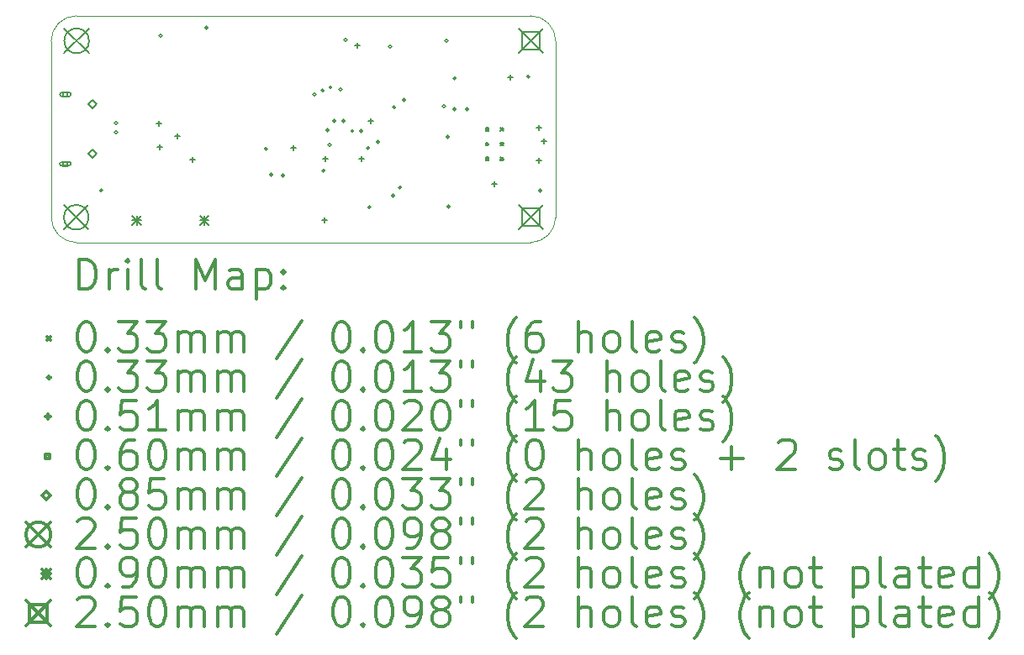
<source format=gbr>
%FSLAX45Y45*%
G04 Gerber Fmt 4.5, Leading zero omitted, Abs format (unit mm)*
G04 Created by KiCad (PCBNEW (5.0.0-rc2-dev-444-g2974a2c10)) date 10/03/19 16:28:11*
%MOMM*%
%LPD*%
G01*
G04 APERTURE LIST*
%ADD10C,0.100000*%
%ADD11C,0.200000*%
%ADD12C,0.300000*%
G04 APERTURE END LIST*
D10*
X9398000Y-9652000D02*
G75*
G02X9652000Y-9398000I254000J0D01*
G01*
X9652000Y-11684000D02*
G75*
G02X9398000Y-11430000I0J254000D01*
G01*
X14478000Y-11430000D02*
G75*
G02X14224000Y-11684000I-254000J0D01*
G01*
X14224000Y-9398000D02*
G75*
G02X14478000Y-9652000I0J-254000D01*
G01*
X9398000Y-11430000D02*
X9398000Y-9652000D01*
X14224000Y-11684000D02*
X9652000Y-11684000D01*
X14478000Y-9652000D02*
X14478000Y-11430000D01*
X9652000Y-9398000D02*
X14224000Y-9398000D01*
D11*
X13771996Y-10525218D02*
X13804996Y-10558218D01*
X13804996Y-10525218D02*
X13771996Y-10558218D01*
X13771996Y-10675218D02*
X13804996Y-10708218D01*
X13804996Y-10675218D02*
X13771996Y-10708218D01*
X13771996Y-10825218D02*
X13804996Y-10858218D01*
X13804996Y-10825218D02*
X13771996Y-10858218D01*
X13921996Y-10525218D02*
X13954996Y-10558218D01*
X13954996Y-10525218D02*
X13921996Y-10558218D01*
X13921996Y-10675218D02*
X13954996Y-10708218D01*
X13954996Y-10675218D02*
X13921996Y-10708218D01*
X13921996Y-10825218D02*
X13954996Y-10858218D01*
X13954996Y-10825218D02*
X13921996Y-10858218D01*
X9916510Y-11160000D02*
G75*
G03X9916510Y-11160000I-16510J0D01*
G01*
X10066510Y-10480000D02*
G75*
G03X10066510Y-10480000I-16510J0D01*
G01*
X10066510Y-10570000D02*
G75*
G03X10066510Y-10570000I-16510J0D01*
G01*
X10516510Y-9600000D02*
G75*
G03X10516510Y-9600000I-16510J0D01*
G01*
X10976510Y-9520000D02*
G75*
G03X10976510Y-9520000I-16510J0D01*
G01*
X11576510Y-10740000D02*
G75*
G03X11576510Y-10740000I-16510J0D01*
G01*
X11626510Y-11000000D02*
G75*
G03X11626510Y-11000000I-16510J0D01*
G01*
X11746510Y-11010000D02*
G75*
G03X11746510Y-11010000I-16510J0D01*
G01*
X12066510Y-10190000D02*
G75*
G03X12066510Y-10190000I-16510J0D01*
G01*
X12146510Y-10150000D02*
G75*
G03X12146510Y-10150000I-16510J0D01*
G01*
X12156510Y-10960000D02*
G75*
G03X12156510Y-10960000I-16510J0D01*
G01*
X12196510Y-10550000D02*
G75*
G03X12196510Y-10550000I-16510J0D01*
G01*
X12216510Y-10700000D02*
G75*
G03X12216510Y-10700000I-16510J0D01*
G01*
X12226510Y-10120000D02*
G75*
G03X12226510Y-10120000I-16510J0D01*
G01*
X12266510Y-10460000D02*
G75*
G03X12266510Y-10460000I-16510J0D01*
G01*
X12326510Y-10140000D02*
G75*
G03X12326510Y-10140000I-16510J0D01*
G01*
X12356510Y-10460000D02*
G75*
G03X12356510Y-10460000I-16510J0D01*
G01*
X12376510Y-9640000D02*
G75*
G03X12376510Y-9640000I-16510J0D01*
G01*
X12446510Y-10560000D02*
G75*
G03X12446510Y-10560000I-16510J0D01*
G01*
X12536510Y-10560000D02*
G75*
G03X12536510Y-10560000I-16510J0D01*
G01*
X12606510Y-10730000D02*
G75*
G03X12606510Y-10730000I-16510J0D01*
G01*
X12616510Y-11330000D02*
G75*
G03X12616510Y-11330000I-16510J0D01*
G01*
X12706510Y-10670000D02*
G75*
G03X12706510Y-10670000I-16510J0D01*
G01*
X12825510Y-9710000D02*
G75*
G03X12825510Y-9710000I-16510J0D01*
G01*
X12856510Y-11210000D02*
G75*
G03X12856510Y-11210000I-16510J0D01*
G01*
X12866510Y-10320000D02*
G75*
G03X12866510Y-10320000I-16510J0D01*
G01*
X12926510Y-11130000D02*
G75*
G03X12926510Y-11130000I-16510J0D01*
G01*
X12966510Y-10250000D02*
G75*
G03X12966510Y-10250000I-16510J0D01*
G01*
X13366510Y-10310000D02*
G75*
G03X13366510Y-10310000I-16510J0D01*
G01*
X13396510Y-9650000D02*
G75*
G03X13396510Y-9650000I-16510J0D01*
G01*
X13406510Y-10620000D02*
G75*
G03X13406510Y-10620000I-16510J0D01*
G01*
X13416510Y-11320000D02*
G75*
G03X13416510Y-11320000I-16510J0D01*
G01*
X13476510Y-10030000D02*
G75*
G03X13476510Y-10030000I-16510J0D01*
G01*
X13476510Y-10340000D02*
G75*
G03X13476510Y-10340000I-16510J0D01*
G01*
X13600006Y-10340390D02*
G75*
G03X13600006Y-10340390I-16510J0D01*
G01*
X13805006Y-10541718D02*
G75*
G03X13805006Y-10541718I-16510J0D01*
G01*
X13805006Y-10691718D02*
G75*
G03X13805006Y-10691718I-16510J0D01*
G01*
X13805006Y-10841718D02*
G75*
G03X13805006Y-10841718I-16510J0D01*
G01*
X13955006Y-10541718D02*
G75*
G03X13955006Y-10541718I-16510J0D01*
G01*
X13955006Y-10691718D02*
G75*
G03X13955006Y-10691718I-16510J0D01*
G01*
X13955006Y-10841718D02*
G75*
G03X13955006Y-10841718I-16510J0D01*
G01*
X14216510Y-10010000D02*
G75*
G03X14216510Y-10010000I-16510J0D01*
G01*
X14336510Y-11160000D02*
G75*
G03X14336510Y-11160000I-16510J0D01*
G01*
X10480000Y-10454600D02*
X10480000Y-10505400D01*
X10454600Y-10480000D02*
X10505400Y-10480000D01*
X10490000Y-10694600D02*
X10490000Y-10745400D01*
X10464600Y-10720000D02*
X10515400Y-10720000D01*
X10670000Y-10584600D02*
X10670000Y-10635400D01*
X10644600Y-10610000D02*
X10695400Y-10610000D01*
X10820000Y-10824600D02*
X10820000Y-10875400D01*
X10794600Y-10850000D02*
X10845400Y-10850000D01*
X11840000Y-10704600D02*
X11840000Y-10755400D01*
X11814600Y-10730000D02*
X11865400Y-10730000D01*
X12150000Y-11434600D02*
X12150000Y-11485400D01*
X12124600Y-11460000D02*
X12175400Y-11460000D01*
X12160000Y-10814600D02*
X12160000Y-10865400D01*
X12134600Y-10840000D02*
X12185400Y-10840000D01*
X12480000Y-9674600D02*
X12480000Y-9725400D01*
X12454600Y-9700000D02*
X12505400Y-9700000D01*
X12520000Y-10814600D02*
X12520000Y-10865400D01*
X12494600Y-10840000D02*
X12545400Y-10840000D01*
X12620000Y-10434600D02*
X12620000Y-10485400D01*
X12594600Y-10460000D02*
X12645400Y-10460000D01*
X13860000Y-11064600D02*
X13860000Y-11115400D01*
X13834600Y-11090000D02*
X13885400Y-11090000D01*
X14020000Y-9994600D02*
X14020000Y-10045400D01*
X13994600Y-10020000D02*
X14045400Y-10020000D01*
X14305782Y-10828818D02*
X14305782Y-10879618D01*
X14280382Y-10854218D02*
X14331182Y-10854218D01*
X14309218Y-10503818D02*
X14309218Y-10554618D01*
X14283818Y-10529218D02*
X14334618Y-10529218D01*
X14360000Y-10633818D02*
X14360000Y-10684618D01*
X14334600Y-10659218D02*
X14385400Y-10659218D01*
X9562013Y-10212213D02*
X9562013Y-10169787D01*
X9519587Y-10169787D01*
X9519587Y-10212213D01*
X9562013Y-10212213D01*
X9505800Y-10211000D02*
X9575800Y-10211000D01*
X9505800Y-10171000D02*
X9575800Y-10171000D01*
X9575800Y-10211000D02*
G75*
G03X9575800Y-10171000I0J20000D01*
G01*
X9505800Y-10171000D02*
G75*
G03X9505800Y-10211000I0J-20000D01*
G01*
X9562013Y-10912213D02*
X9562013Y-10869787D01*
X9519587Y-10869787D01*
X9519587Y-10912213D01*
X9562013Y-10912213D01*
X9575800Y-10871000D02*
X9505800Y-10871000D01*
X9575800Y-10911000D02*
X9505800Y-10911000D01*
X9505800Y-10871000D02*
G75*
G03X9505800Y-10911000I0J-20000D01*
G01*
X9575800Y-10911000D02*
G75*
G03X9575800Y-10871000I0J20000D01*
G01*
X9810800Y-10333500D02*
X9853300Y-10291000D01*
X9810800Y-10248500D01*
X9768300Y-10291000D01*
X9810800Y-10333500D01*
X9810800Y-10833500D02*
X9853300Y-10791000D01*
X9810800Y-10748500D01*
X9768300Y-10791000D01*
X9810800Y-10833500D01*
X9529000Y-9526000D02*
X9779000Y-9776000D01*
X9779000Y-9526000D02*
X9529000Y-9776000D01*
X9779000Y-9651000D02*
G75*
G03X9779000Y-9651000I-125000J0D01*
G01*
X9525000Y-11305000D02*
X9775000Y-11555000D01*
X9775000Y-11305000D02*
X9525000Y-11555000D01*
X9775000Y-11430000D02*
G75*
G03X9775000Y-11430000I-125000J0D01*
G01*
X10215000Y-11415000D02*
X10305000Y-11505000D01*
X10305000Y-11415000D02*
X10215000Y-11505000D01*
X10260000Y-11415000D02*
X10260000Y-11505000D01*
X10215000Y-11460000D02*
X10305000Y-11460000D01*
X10895000Y-11415000D02*
X10985000Y-11505000D01*
X10985000Y-11415000D02*
X10895000Y-11505000D01*
X10940000Y-11415000D02*
X10940000Y-11505000D01*
X10895000Y-11460000D02*
X10985000Y-11460000D01*
X14103000Y-9525000D02*
X14353000Y-9775000D01*
X14353000Y-9525000D02*
X14103000Y-9775000D01*
X14316389Y-9738389D02*
X14316389Y-9561611D01*
X14139611Y-9561611D01*
X14139611Y-9738389D01*
X14316389Y-9738389D01*
X14103000Y-11305000D02*
X14353000Y-11555000D01*
X14353000Y-11305000D02*
X14103000Y-11555000D01*
X14316389Y-11518389D02*
X14316389Y-11341611D01*
X14139611Y-11341611D01*
X14139611Y-11518389D01*
X14316389Y-11518389D01*
D12*
X9679428Y-12154714D02*
X9679428Y-11854714D01*
X9750857Y-11854714D01*
X9793714Y-11869000D01*
X9822286Y-11897571D01*
X9836571Y-11926143D01*
X9850857Y-11983286D01*
X9850857Y-12026143D01*
X9836571Y-12083286D01*
X9822286Y-12111857D01*
X9793714Y-12140429D01*
X9750857Y-12154714D01*
X9679428Y-12154714D01*
X9979428Y-12154714D02*
X9979428Y-11954714D01*
X9979428Y-12011857D02*
X9993714Y-11983286D01*
X10008000Y-11969000D01*
X10036571Y-11954714D01*
X10065143Y-11954714D01*
X10165143Y-12154714D02*
X10165143Y-11954714D01*
X10165143Y-11854714D02*
X10150857Y-11869000D01*
X10165143Y-11883286D01*
X10179428Y-11869000D01*
X10165143Y-11854714D01*
X10165143Y-11883286D01*
X10350857Y-12154714D02*
X10322286Y-12140429D01*
X10308000Y-12111857D01*
X10308000Y-11854714D01*
X10508000Y-12154714D02*
X10479428Y-12140429D01*
X10465143Y-12111857D01*
X10465143Y-11854714D01*
X10850857Y-12154714D02*
X10850857Y-11854714D01*
X10950857Y-12069000D01*
X11050857Y-11854714D01*
X11050857Y-12154714D01*
X11322286Y-12154714D02*
X11322286Y-11997571D01*
X11308000Y-11969000D01*
X11279428Y-11954714D01*
X11222286Y-11954714D01*
X11193714Y-11969000D01*
X11322286Y-12140429D02*
X11293714Y-12154714D01*
X11222286Y-12154714D01*
X11193714Y-12140429D01*
X11179428Y-12111857D01*
X11179428Y-12083286D01*
X11193714Y-12054714D01*
X11222286Y-12040429D01*
X11293714Y-12040429D01*
X11322286Y-12026143D01*
X11465143Y-11954714D02*
X11465143Y-12254714D01*
X11465143Y-11969000D02*
X11493714Y-11954714D01*
X11550857Y-11954714D01*
X11579428Y-11969000D01*
X11593714Y-11983286D01*
X11608000Y-12011857D01*
X11608000Y-12097571D01*
X11593714Y-12126143D01*
X11579428Y-12140429D01*
X11550857Y-12154714D01*
X11493714Y-12154714D01*
X11465143Y-12140429D01*
X11736571Y-12126143D02*
X11750857Y-12140429D01*
X11736571Y-12154714D01*
X11722286Y-12140429D01*
X11736571Y-12126143D01*
X11736571Y-12154714D01*
X11736571Y-11969000D02*
X11750857Y-11983286D01*
X11736571Y-11997571D01*
X11722286Y-11983286D01*
X11736571Y-11969000D01*
X11736571Y-11997571D01*
X9360000Y-12632500D02*
X9393000Y-12665500D01*
X9393000Y-12632500D02*
X9360000Y-12665500D01*
X9736571Y-12484714D02*
X9765143Y-12484714D01*
X9793714Y-12499000D01*
X9808000Y-12513286D01*
X9822286Y-12541857D01*
X9836571Y-12599000D01*
X9836571Y-12670429D01*
X9822286Y-12727571D01*
X9808000Y-12756143D01*
X9793714Y-12770429D01*
X9765143Y-12784714D01*
X9736571Y-12784714D01*
X9708000Y-12770429D01*
X9693714Y-12756143D01*
X9679428Y-12727571D01*
X9665143Y-12670429D01*
X9665143Y-12599000D01*
X9679428Y-12541857D01*
X9693714Y-12513286D01*
X9708000Y-12499000D01*
X9736571Y-12484714D01*
X9965143Y-12756143D02*
X9979428Y-12770429D01*
X9965143Y-12784714D01*
X9950857Y-12770429D01*
X9965143Y-12756143D01*
X9965143Y-12784714D01*
X10079428Y-12484714D02*
X10265143Y-12484714D01*
X10165143Y-12599000D01*
X10208000Y-12599000D01*
X10236571Y-12613286D01*
X10250857Y-12627571D01*
X10265143Y-12656143D01*
X10265143Y-12727571D01*
X10250857Y-12756143D01*
X10236571Y-12770429D01*
X10208000Y-12784714D01*
X10122286Y-12784714D01*
X10093714Y-12770429D01*
X10079428Y-12756143D01*
X10365143Y-12484714D02*
X10550857Y-12484714D01*
X10450857Y-12599000D01*
X10493714Y-12599000D01*
X10522286Y-12613286D01*
X10536571Y-12627571D01*
X10550857Y-12656143D01*
X10550857Y-12727571D01*
X10536571Y-12756143D01*
X10522286Y-12770429D01*
X10493714Y-12784714D01*
X10408000Y-12784714D01*
X10379428Y-12770429D01*
X10365143Y-12756143D01*
X10679428Y-12784714D02*
X10679428Y-12584714D01*
X10679428Y-12613286D02*
X10693714Y-12599000D01*
X10722286Y-12584714D01*
X10765143Y-12584714D01*
X10793714Y-12599000D01*
X10808000Y-12627571D01*
X10808000Y-12784714D01*
X10808000Y-12627571D02*
X10822286Y-12599000D01*
X10850857Y-12584714D01*
X10893714Y-12584714D01*
X10922286Y-12599000D01*
X10936571Y-12627571D01*
X10936571Y-12784714D01*
X11079428Y-12784714D02*
X11079428Y-12584714D01*
X11079428Y-12613286D02*
X11093714Y-12599000D01*
X11122286Y-12584714D01*
X11165143Y-12584714D01*
X11193714Y-12599000D01*
X11208000Y-12627571D01*
X11208000Y-12784714D01*
X11208000Y-12627571D02*
X11222286Y-12599000D01*
X11250857Y-12584714D01*
X11293714Y-12584714D01*
X11322286Y-12599000D01*
X11336571Y-12627571D01*
X11336571Y-12784714D01*
X11922286Y-12470429D02*
X11665143Y-12856143D01*
X12308000Y-12484714D02*
X12336571Y-12484714D01*
X12365143Y-12499000D01*
X12379428Y-12513286D01*
X12393714Y-12541857D01*
X12408000Y-12599000D01*
X12408000Y-12670429D01*
X12393714Y-12727571D01*
X12379428Y-12756143D01*
X12365143Y-12770429D01*
X12336571Y-12784714D01*
X12308000Y-12784714D01*
X12279428Y-12770429D01*
X12265143Y-12756143D01*
X12250857Y-12727571D01*
X12236571Y-12670429D01*
X12236571Y-12599000D01*
X12250857Y-12541857D01*
X12265143Y-12513286D01*
X12279428Y-12499000D01*
X12308000Y-12484714D01*
X12536571Y-12756143D02*
X12550857Y-12770429D01*
X12536571Y-12784714D01*
X12522286Y-12770429D01*
X12536571Y-12756143D01*
X12536571Y-12784714D01*
X12736571Y-12484714D02*
X12765143Y-12484714D01*
X12793714Y-12499000D01*
X12808000Y-12513286D01*
X12822286Y-12541857D01*
X12836571Y-12599000D01*
X12836571Y-12670429D01*
X12822286Y-12727571D01*
X12808000Y-12756143D01*
X12793714Y-12770429D01*
X12765143Y-12784714D01*
X12736571Y-12784714D01*
X12708000Y-12770429D01*
X12693714Y-12756143D01*
X12679428Y-12727571D01*
X12665143Y-12670429D01*
X12665143Y-12599000D01*
X12679428Y-12541857D01*
X12693714Y-12513286D01*
X12708000Y-12499000D01*
X12736571Y-12484714D01*
X13122286Y-12784714D02*
X12950857Y-12784714D01*
X13036571Y-12784714D02*
X13036571Y-12484714D01*
X13008000Y-12527571D01*
X12979428Y-12556143D01*
X12950857Y-12570429D01*
X13222286Y-12484714D02*
X13408000Y-12484714D01*
X13308000Y-12599000D01*
X13350857Y-12599000D01*
X13379428Y-12613286D01*
X13393714Y-12627571D01*
X13408000Y-12656143D01*
X13408000Y-12727571D01*
X13393714Y-12756143D01*
X13379428Y-12770429D01*
X13350857Y-12784714D01*
X13265143Y-12784714D01*
X13236571Y-12770429D01*
X13222286Y-12756143D01*
X13522286Y-12484714D02*
X13522286Y-12541857D01*
X13636571Y-12484714D02*
X13636571Y-12541857D01*
X14079428Y-12899000D02*
X14065143Y-12884714D01*
X14036571Y-12841857D01*
X14022286Y-12813286D01*
X14008000Y-12770429D01*
X13993714Y-12699000D01*
X13993714Y-12641857D01*
X14008000Y-12570429D01*
X14022286Y-12527571D01*
X14036571Y-12499000D01*
X14065143Y-12456143D01*
X14079428Y-12441857D01*
X14322286Y-12484714D02*
X14265143Y-12484714D01*
X14236571Y-12499000D01*
X14222286Y-12513286D01*
X14193714Y-12556143D01*
X14179428Y-12613286D01*
X14179428Y-12727571D01*
X14193714Y-12756143D01*
X14208000Y-12770429D01*
X14236571Y-12784714D01*
X14293714Y-12784714D01*
X14322286Y-12770429D01*
X14336571Y-12756143D01*
X14350857Y-12727571D01*
X14350857Y-12656143D01*
X14336571Y-12627571D01*
X14322286Y-12613286D01*
X14293714Y-12599000D01*
X14236571Y-12599000D01*
X14208000Y-12613286D01*
X14193714Y-12627571D01*
X14179428Y-12656143D01*
X14708000Y-12784714D02*
X14708000Y-12484714D01*
X14836571Y-12784714D02*
X14836571Y-12627571D01*
X14822286Y-12599000D01*
X14793714Y-12584714D01*
X14750857Y-12584714D01*
X14722286Y-12599000D01*
X14708000Y-12613286D01*
X15022286Y-12784714D02*
X14993714Y-12770429D01*
X14979428Y-12756143D01*
X14965143Y-12727571D01*
X14965143Y-12641857D01*
X14979428Y-12613286D01*
X14993714Y-12599000D01*
X15022286Y-12584714D01*
X15065143Y-12584714D01*
X15093714Y-12599000D01*
X15108000Y-12613286D01*
X15122286Y-12641857D01*
X15122286Y-12727571D01*
X15108000Y-12756143D01*
X15093714Y-12770429D01*
X15065143Y-12784714D01*
X15022286Y-12784714D01*
X15293714Y-12784714D02*
X15265143Y-12770429D01*
X15250857Y-12741857D01*
X15250857Y-12484714D01*
X15522286Y-12770429D02*
X15493714Y-12784714D01*
X15436571Y-12784714D01*
X15408000Y-12770429D01*
X15393714Y-12741857D01*
X15393714Y-12627571D01*
X15408000Y-12599000D01*
X15436571Y-12584714D01*
X15493714Y-12584714D01*
X15522286Y-12599000D01*
X15536571Y-12627571D01*
X15536571Y-12656143D01*
X15393714Y-12684714D01*
X15650857Y-12770429D02*
X15679428Y-12784714D01*
X15736571Y-12784714D01*
X15765143Y-12770429D01*
X15779428Y-12741857D01*
X15779428Y-12727571D01*
X15765143Y-12699000D01*
X15736571Y-12684714D01*
X15693714Y-12684714D01*
X15665143Y-12670429D01*
X15650857Y-12641857D01*
X15650857Y-12627571D01*
X15665143Y-12599000D01*
X15693714Y-12584714D01*
X15736571Y-12584714D01*
X15765143Y-12599000D01*
X15879428Y-12899000D02*
X15893714Y-12884714D01*
X15922286Y-12841857D01*
X15936571Y-12813286D01*
X15950857Y-12770429D01*
X15965143Y-12699000D01*
X15965143Y-12641857D01*
X15950857Y-12570429D01*
X15936571Y-12527571D01*
X15922286Y-12499000D01*
X15893714Y-12456143D01*
X15879428Y-12441857D01*
X9393000Y-13045000D02*
G75*
G03X9393000Y-13045000I-16510J0D01*
G01*
X9736571Y-12880714D02*
X9765143Y-12880714D01*
X9793714Y-12895000D01*
X9808000Y-12909286D01*
X9822286Y-12937857D01*
X9836571Y-12995000D01*
X9836571Y-13066429D01*
X9822286Y-13123571D01*
X9808000Y-13152143D01*
X9793714Y-13166429D01*
X9765143Y-13180714D01*
X9736571Y-13180714D01*
X9708000Y-13166429D01*
X9693714Y-13152143D01*
X9679428Y-13123571D01*
X9665143Y-13066429D01*
X9665143Y-12995000D01*
X9679428Y-12937857D01*
X9693714Y-12909286D01*
X9708000Y-12895000D01*
X9736571Y-12880714D01*
X9965143Y-13152143D02*
X9979428Y-13166429D01*
X9965143Y-13180714D01*
X9950857Y-13166429D01*
X9965143Y-13152143D01*
X9965143Y-13180714D01*
X10079428Y-12880714D02*
X10265143Y-12880714D01*
X10165143Y-12995000D01*
X10208000Y-12995000D01*
X10236571Y-13009286D01*
X10250857Y-13023571D01*
X10265143Y-13052143D01*
X10265143Y-13123571D01*
X10250857Y-13152143D01*
X10236571Y-13166429D01*
X10208000Y-13180714D01*
X10122286Y-13180714D01*
X10093714Y-13166429D01*
X10079428Y-13152143D01*
X10365143Y-12880714D02*
X10550857Y-12880714D01*
X10450857Y-12995000D01*
X10493714Y-12995000D01*
X10522286Y-13009286D01*
X10536571Y-13023571D01*
X10550857Y-13052143D01*
X10550857Y-13123571D01*
X10536571Y-13152143D01*
X10522286Y-13166429D01*
X10493714Y-13180714D01*
X10408000Y-13180714D01*
X10379428Y-13166429D01*
X10365143Y-13152143D01*
X10679428Y-13180714D02*
X10679428Y-12980714D01*
X10679428Y-13009286D02*
X10693714Y-12995000D01*
X10722286Y-12980714D01*
X10765143Y-12980714D01*
X10793714Y-12995000D01*
X10808000Y-13023571D01*
X10808000Y-13180714D01*
X10808000Y-13023571D02*
X10822286Y-12995000D01*
X10850857Y-12980714D01*
X10893714Y-12980714D01*
X10922286Y-12995000D01*
X10936571Y-13023571D01*
X10936571Y-13180714D01*
X11079428Y-13180714D02*
X11079428Y-12980714D01*
X11079428Y-13009286D02*
X11093714Y-12995000D01*
X11122286Y-12980714D01*
X11165143Y-12980714D01*
X11193714Y-12995000D01*
X11208000Y-13023571D01*
X11208000Y-13180714D01*
X11208000Y-13023571D02*
X11222286Y-12995000D01*
X11250857Y-12980714D01*
X11293714Y-12980714D01*
X11322286Y-12995000D01*
X11336571Y-13023571D01*
X11336571Y-13180714D01*
X11922286Y-12866429D02*
X11665143Y-13252143D01*
X12308000Y-12880714D02*
X12336571Y-12880714D01*
X12365143Y-12895000D01*
X12379428Y-12909286D01*
X12393714Y-12937857D01*
X12408000Y-12995000D01*
X12408000Y-13066429D01*
X12393714Y-13123571D01*
X12379428Y-13152143D01*
X12365143Y-13166429D01*
X12336571Y-13180714D01*
X12308000Y-13180714D01*
X12279428Y-13166429D01*
X12265143Y-13152143D01*
X12250857Y-13123571D01*
X12236571Y-13066429D01*
X12236571Y-12995000D01*
X12250857Y-12937857D01*
X12265143Y-12909286D01*
X12279428Y-12895000D01*
X12308000Y-12880714D01*
X12536571Y-13152143D02*
X12550857Y-13166429D01*
X12536571Y-13180714D01*
X12522286Y-13166429D01*
X12536571Y-13152143D01*
X12536571Y-13180714D01*
X12736571Y-12880714D02*
X12765143Y-12880714D01*
X12793714Y-12895000D01*
X12808000Y-12909286D01*
X12822286Y-12937857D01*
X12836571Y-12995000D01*
X12836571Y-13066429D01*
X12822286Y-13123571D01*
X12808000Y-13152143D01*
X12793714Y-13166429D01*
X12765143Y-13180714D01*
X12736571Y-13180714D01*
X12708000Y-13166429D01*
X12693714Y-13152143D01*
X12679428Y-13123571D01*
X12665143Y-13066429D01*
X12665143Y-12995000D01*
X12679428Y-12937857D01*
X12693714Y-12909286D01*
X12708000Y-12895000D01*
X12736571Y-12880714D01*
X13122286Y-13180714D02*
X12950857Y-13180714D01*
X13036571Y-13180714D02*
X13036571Y-12880714D01*
X13008000Y-12923571D01*
X12979428Y-12952143D01*
X12950857Y-12966429D01*
X13222286Y-12880714D02*
X13408000Y-12880714D01*
X13308000Y-12995000D01*
X13350857Y-12995000D01*
X13379428Y-13009286D01*
X13393714Y-13023571D01*
X13408000Y-13052143D01*
X13408000Y-13123571D01*
X13393714Y-13152143D01*
X13379428Y-13166429D01*
X13350857Y-13180714D01*
X13265143Y-13180714D01*
X13236571Y-13166429D01*
X13222286Y-13152143D01*
X13522286Y-12880714D02*
X13522286Y-12937857D01*
X13636571Y-12880714D02*
X13636571Y-12937857D01*
X14079428Y-13295000D02*
X14065143Y-13280714D01*
X14036571Y-13237857D01*
X14022286Y-13209286D01*
X14008000Y-13166429D01*
X13993714Y-13095000D01*
X13993714Y-13037857D01*
X14008000Y-12966429D01*
X14022286Y-12923571D01*
X14036571Y-12895000D01*
X14065143Y-12852143D01*
X14079428Y-12837857D01*
X14322286Y-12980714D02*
X14322286Y-13180714D01*
X14250857Y-12866429D02*
X14179428Y-13080714D01*
X14365143Y-13080714D01*
X14450857Y-12880714D02*
X14636571Y-12880714D01*
X14536571Y-12995000D01*
X14579428Y-12995000D01*
X14608000Y-13009286D01*
X14622286Y-13023571D01*
X14636571Y-13052143D01*
X14636571Y-13123571D01*
X14622286Y-13152143D01*
X14608000Y-13166429D01*
X14579428Y-13180714D01*
X14493714Y-13180714D01*
X14465143Y-13166429D01*
X14450857Y-13152143D01*
X14993714Y-13180714D02*
X14993714Y-12880714D01*
X15122286Y-13180714D02*
X15122286Y-13023571D01*
X15108000Y-12995000D01*
X15079428Y-12980714D01*
X15036571Y-12980714D01*
X15008000Y-12995000D01*
X14993714Y-13009286D01*
X15308000Y-13180714D02*
X15279428Y-13166429D01*
X15265143Y-13152143D01*
X15250857Y-13123571D01*
X15250857Y-13037857D01*
X15265143Y-13009286D01*
X15279428Y-12995000D01*
X15308000Y-12980714D01*
X15350857Y-12980714D01*
X15379428Y-12995000D01*
X15393714Y-13009286D01*
X15408000Y-13037857D01*
X15408000Y-13123571D01*
X15393714Y-13152143D01*
X15379428Y-13166429D01*
X15350857Y-13180714D01*
X15308000Y-13180714D01*
X15579428Y-13180714D02*
X15550857Y-13166429D01*
X15536571Y-13137857D01*
X15536571Y-12880714D01*
X15808000Y-13166429D02*
X15779428Y-13180714D01*
X15722286Y-13180714D01*
X15693714Y-13166429D01*
X15679428Y-13137857D01*
X15679428Y-13023571D01*
X15693714Y-12995000D01*
X15722286Y-12980714D01*
X15779428Y-12980714D01*
X15808000Y-12995000D01*
X15822286Y-13023571D01*
X15822286Y-13052143D01*
X15679428Y-13080714D01*
X15936571Y-13166429D02*
X15965143Y-13180714D01*
X16022286Y-13180714D01*
X16050857Y-13166429D01*
X16065143Y-13137857D01*
X16065143Y-13123571D01*
X16050857Y-13095000D01*
X16022286Y-13080714D01*
X15979428Y-13080714D01*
X15950857Y-13066429D01*
X15936571Y-13037857D01*
X15936571Y-13023571D01*
X15950857Y-12995000D01*
X15979428Y-12980714D01*
X16022286Y-12980714D01*
X16050857Y-12995000D01*
X16165143Y-13295000D02*
X16179428Y-13280714D01*
X16208000Y-13237857D01*
X16222286Y-13209286D01*
X16236571Y-13166429D01*
X16250857Y-13095000D01*
X16250857Y-13037857D01*
X16236571Y-12966429D01*
X16222286Y-12923571D01*
X16208000Y-12895000D01*
X16179428Y-12852143D01*
X16165143Y-12837857D01*
X9367600Y-13415600D02*
X9367600Y-13466400D01*
X9342200Y-13441000D02*
X9393000Y-13441000D01*
X9736571Y-13276714D02*
X9765143Y-13276714D01*
X9793714Y-13291000D01*
X9808000Y-13305286D01*
X9822286Y-13333857D01*
X9836571Y-13391000D01*
X9836571Y-13462429D01*
X9822286Y-13519571D01*
X9808000Y-13548143D01*
X9793714Y-13562429D01*
X9765143Y-13576714D01*
X9736571Y-13576714D01*
X9708000Y-13562429D01*
X9693714Y-13548143D01*
X9679428Y-13519571D01*
X9665143Y-13462429D01*
X9665143Y-13391000D01*
X9679428Y-13333857D01*
X9693714Y-13305286D01*
X9708000Y-13291000D01*
X9736571Y-13276714D01*
X9965143Y-13548143D02*
X9979428Y-13562429D01*
X9965143Y-13576714D01*
X9950857Y-13562429D01*
X9965143Y-13548143D01*
X9965143Y-13576714D01*
X10250857Y-13276714D02*
X10108000Y-13276714D01*
X10093714Y-13419571D01*
X10108000Y-13405286D01*
X10136571Y-13391000D01*
X10208000Y-13391000D01*
X10236571Y-13405286D01*
X10250857Y-13419571D01*
X10265143Y-13448143D01*
X10265143Y-13519571D01*
X10250857Y-13548143D01*
X10236571Y-13562429D01*
X10208000Y-13576714D01*
X10136571Y-13576714D01*
X10108000Y-13562429D01*
X10093714Y-13548143D01*
X10550857Y-13576714D02*
X10379428Y-13576714D01*
X10465143Y-13576714D02*
X10465143Y-13276714D01*
X10436571Y-13319571D01*
X10408000Y-13348143D01*
X10379428Y-13362429D01*
X10679428Y-13576714D02*
X10679428Y-13376714D01*
X10679428Y-13405286D02*
X10693714Y-13391000D01*
X10722286Y-13376714D01*
X10765143Y-13376714D01*
X10793714Y-13391000D01*
X10808000Y-13419571D01*
X10808000Y-13576714D01*
X10808000Y-13419571D02*
X10822286Y-13391000D01*
X10850857Y-13376714D01*
X10893714Y-13376714D01*
X10922286Y-13391000D01*
X10936571Y-13419571D01*
X10936571Y-13576714D01*
X11079428Y-13576714D02*
X11079428Y-13376714D01*
X11079428Y-13405286D02*
X11093714Y-13391000D01*
X11122286Y-13376714D01*
X11165143Y-13376714D01*
X11193714Y-13391000D01*
X11208000Y-13419571D01*
X11208000Y-13576714D01*
X11208000Y-13419571D02*
X11222286Y-13391000D01*
X11250857Y-13376714D01*
X11293714Y-13376714D01*
X11322286Y-13391000D01*
X11336571Y-13419571D01*
X11336571Y-13576714D01*
X11922286Y-13262429D02*
X11665143Y-13648143D01*
X12308000Y-13276714D02*
X12336571Y-13276714D01*
X12365143Y-13291000D01*
X12379428Y-13305286D01*
X12393714Y-13333857D01*
X12408000Y-13391000D01*
X12408000Y-13462429D01*
X12393714Y-13519571D01*
X12379428Y-13548143D01*
X12365143Y-13562429D01*
X12336571Y-13576714D01*
X12308000Y-13576714D01*
X12279428Y-13562429D01*
X12265143Y-13548143D01*
X12250857Y-13519571D01*
X12236571Y-13462429D01*
X12236571Y-13391000D01*
X12250857Y-13333857D01*
X12265143Y-13305286D01*
X12279428Y-13291000D01*
X12308000Y-13276714D01*
X12536571Y-13548143D02*
X12550857Y-13562429D01*
X12536571Y-13576714D01*
X12522286Y-13562429D01*
X12536571Y-13548143D01*
X12536571Y-13576714D01*
X12736571Y-13276714D02*
X12765143Y-13276714D01*
X12793714Y-13291000D01*
X12808000Y-13305286D01*
X12822286Y-13333857D01*
X12836571Y-13391000D01*
X12836571Y-13462429D01*
X12822286Y-13519571D01*
X12808000Y-13548143D01*
X12793714Y-13562429D01*
X12765143Y-13576714D01*
X12736571Y-13576714D01*
X12708000Y-13562429D01*
X12693714Y-13548143D01*
X12679428Y-13519571D01*
X12665143Y-13462429D01*
X12665143Y-13391000D01*
X12679428Y-13333857D01*
X12693714Y-13305286D01*
X12708000Y-13291000D01*
X12736571Y-13276714D01*
X12950857Y-13305286D02*
X12965143Y-13291000D01*
X12993714Y-13276714D01*
X13065143Y-13276714D01*
X13093714Y-13291000D01*
X13108000Y-13305286D01*
X13122286Y-13333857D01*
X13122286Y-13362429D01*
X13108000Y-13405286D01*
X12936571Y-13576714D01*
X13122286Y-13576714D01*
X13308000Y-13276714D02*
X13336571Y-13276714D01*
X13365143Y-13291000D01*
X13379428Y-13305286D01*
X13393714Y-13333857D01*
X13408000Y-13391000D01*
X13408000Y-13462429D01*
X13393714Y-13519571D01*
X13379428Y-13548143D01*
X13365143Y-13562429D01*
X13336571Y-13576714D01*
X13308000Y-13576714D01*
X13279428Y-13562429D01*
X13265143Y-13548143D01*
X13250857Y-13519571D01*
X13236571Y-13462429D01*
X13236571Y-13391000D01*
X13250857Y-13333857D01*
X13265143Y-13305286D01*
X13279428Y-13291000D01*
X13308000Y-13276714D01*
X13522286Y-13276714D02*
X13522286Y-13333857D01*
X13636571Y-13276714D02*
X13636571Y-13333857D01*
X14079428Y-13691000D02*
X14065143Y-13676714D01*
X14036571Y-13633857D01*
X14022286Y-13605286D01*
X14008000Y-13562429D01*
X13993714Y-13491000D01*
X13993714Y-13433857D01*
X14008000Y-13362429D01*
X14022286Y-13319571D01*
X14036571Y-13291000D01*
X14065143Y-13248143D01*
X14079428Y-13233857D01*
X14350857Y-13576714D02*
X14179428Y-13576714D01*
X14265143Y-13576714D02*
X14265143Y-13276714D01*
X14236571Y-13319571D01*
X14208000Y-13348143D01*
X14179428Y-13362429D01*
X14622286Y-13276714D02*
X14479428Y-13276714D01*
X14465143Y-13419571D01*
X14479428Y-13405286D01*
X14508000Y-13391000D01*
X14579428Y-13391000D01*
X14608000Y-13405286D01*
X14622286Y-13419571D01*
X14636571Y-13448143D01*
X14636571Y-13519571D01*
X14622286Y-13548143D01*
X14608000Y-13562429D01*
X14579428Y-13576714D01*
X14508000Y-13576714D01*
X14479428Y-13562429D01*
X14465143Y-13548143D01*
X14993714Y-13576714D02*
X14993714Y-13276714D01*
X15122286Y-13576714D02*
X15122286Y-13419571D01*
X15108000Y-13391000D01*
X15079428Y-13376714D01*
X15036571Y-13376714D01*
X15008000Y-13391000D01*
X14993714Y-13405286D01*
X15308000Y-13576714D02*
X15279428Y-13562429D01*
X15265143Y-13548143D01*
X15250857Y-13519571D01*
X15250857Y-13433857D01*
X15265143Y-13405286D01*
X15279428Y-13391000D01*
X15308000Y-13376714D01*
X15350857Y-13376714D01*
X15379428Y-13391000D01*
X15393714Y-13405286D01*
X15408000Y-13433857D01*
X15408000Y-13519571D01*
X15393714Y-13548143D01*
X15379428Y-13562429D01*
X15350857Y-13576714D01*
X15308000Y-13576714D01*
X15579428Y-13576714D02*
X15550857Y-13562429D01*
X15536571Y-13533857D01*
X15536571Y-13276714D01*
X15808000Y-13562429D02*
X15779428Y-13576714D01*
X15722286Y-13576714D01*
X15693714Y-13562429D01*
X15679428Y-13533857D01*
X15679428Y-13419571D01*
X15693714Y-13391000D01*
X15722286Y-13376714D01*
X15779428Y-13376714D01*
X15808000Y-13391000D01*
X15822286Y-13419571D01*
X15822286Y-13448143D01*
X15679428Y-13476714D01*
X15936571Y-13562429D02*
X15965143Y-13576714D01*
X16022286Y-13576714D01*
X16050857Y-13562429D01*
X16065143Y-13533857D01*
X16065143Y-13519571D01*
X16050857Y-13491000D01*
X16022286Y-13476714D01*
X15979428Y-13476714D01*
X15950857Y-13462429D01*
X15936571Y-13433857D01*
X15936571Y-13419571D01*
X15950857Y-13391000D01*
X15979428Y-13376714D01*
X16022286Y-13376714D01*
X16050857Y-13391000D01*
X16165143Y-13691000D02*
X16179428Y-13676714D01*
X16208000Y-13633857D01*
X16222286Y-13605286D01*
X16236571Y-13562429D01*
X16250857Y-13491000D01*
X16250857Y-13433857D01*
X16236571Y-13362429D01*
X16222286Y-13319571D01*
X16208000Y-13291000D01*
X16179428Y-13248143D01*
X16165143Y-13233857D01*
X9384213Y-13858213D02*
X9384213Y-13815787D01*
X9341787Y-13815787D01*
X9341787Y-13858213D01*
X9384213Y-13858213D01*
X9736571Y-13672714D02*
X9765143Y-13672714D01*
X9793714Y-13687000D01*
X9808000Y-13701286D01*
X9822286Y-13729857D01*
X9836571Y-13787000D01*
X9836571Y-13858429D01*
X9822286Y-13915571D01*
X9808000Y-13944143D01*
X9793714Y-13958429D01*
X9765143Y-13972714D01*
X9736571Y-13972714D01*
X9708000Y-13958429D01*
X9693714Y-13944143D01*
X9679428Y-13915571D01*
X9665143Y-13858429D01*
X9665143Y-13787000D01*
X9679428Y-13729857D01*
X9693714Y-13701286D01*
X9708000Y-13687000D01*
X9736571Y-13672714D01*
X9965143Y-13944143D02*
X9979428Y-13958429D01*
X9965143Y-13972714D01*
X9950857Y-13958429D01*
X9965143Y-13944143D01*
X9965143Y-13972714D01*
X10236571Y-13672714D02*
X10179428Y-13672714D01*
X10150857Y-13687000D01*
X10136571Y-13701286D01*
X10108000Y-13744143D01*
X10093714Y-13801286D01*
X10093714Y-13915571D01*
X10108000Y-13944143D01*
X10122286Y-13958429D01*
X10150857Y-13972714D01*
X10208000Y-13972714D01*
X10236571Y-13958429D01*
X10250857Y-13944143D01*
X10265143Y-13915571D01*
X10265143Y-13844143D01*
X10250857Y-13815571D01*
X10236571Y-13801286D01*
X10208000Y-13787000D01*
X10150857Y-13787000D01*
X10122286Y-13801286D01*
X10108000Y-13815571D01*
X10093714Y-13844143D01*
X10450857Y-13672714D02*
X10479428Y-13672714D01*
X10508000Y-13687000D01*
X10522286Y-13701286D01*
X10536571Y-13729857D01*
X10550857Y-13787000D01*
X10550857Y-13858429D01*
X10536571Y-13915571D01*
X10522286Y-13944143D01*
X10508000Y-13958429D01*
X10479428Y-13972714D01*
X10450857Y-13972714D01*
X10422286Y-13958429D01*
X10408000Y-13944143D01*
X10393714Y-13915571D01*
X10379428Y-13858429D01*
X10379428Y-13787000D01*
X10393714Y-13729857D01*
X10408000Y-13701286D01*
X10422286Y-13687000D01*
X10450857Y-13672714D01*
X10679428Y-13972714D02*
X10679428Y-13772714D01*
X10679428Y-13801286D02*
X10693714Y-13787000D01*
X10722286Y-13772714D01*
X10765143Y-13772714D01*
X10793714Y-13787000D01*
X10808000Y-13815571D01*
X10808000Y-13972714D01*
X10808000Y-13815571D02*
X10822286Y-13787000D01*
X10850857Y-13772714D01*
X10893714Y-13772714D01*
X10922286Y-13787000D01*
X10936571Y-13815571D01*
X10936571Y-13972714D01*
X11079428Y-13972714D02*
X11079428Y-13772714D01*
X11079428Y-13801286D02*
X11093714Y-13787000D01*
X11122286Y-13772714D01*
X11165143Y-13772714D01*
X11193714Y-13787000D01*
X11208000Y-13815571D01*
X11208000Y-13972714D01*
X11208000Y-13815571D02*
X11222286Y-13787000D01*
X11250857Y-13772714D01*
X11293714Y-13772714D01*
X11322286Y-13787000D01*
X11336571Y-13815571D01*
X11336571Y-13972714D01*
X11922286Y-13658429D02*
X11665143Y-14044143D01*
X12308000Y-13672714D02*
X12336571Y-13672714D01*
X12365143Y-13687000D01*
X12379428Y-13701286D01*
X12393714Y-13729857D01*
X12408000Y-13787000D01*
X12408000Y-13858429D01*
X12393714Y-13915571D01*
X12379428Y-13944143D01*
X12365143Y-13958429D01*
X12336571Y-13972714D01*
X12308000Y-13972714D01*
X12279428Y-13958429D01*
X12265143Y-13944143D01*
X12250857Y-13915571D01*
X12236571Y-13858429D01*
X12236571Y-13787000D01*
X12250857Y-13729857D01*
X12265143Y-13701286D01*
X12279428Y-13687000D01*
X12308000Y-13672714D01*
X12536571Y-13944143D02*
X12550857Y-13958429D01*
X12536571Y-13972714D01*
X12522286Y-13958429D01*
X12536571Y-13944143D01*
X12536571Y-13972714D01*
X12736571Y-13672714D02*
X12765143Y-13672714D01*
X12793714Y-13687000D01*
X12808000Y-13701286D01*
X12822286Y-13729857D01*
X12836571Y-13787000D01*
X12836571Y-13858429D01*
X12822286Y-13915571D01*
X12808000Y-13944143D01*
X12793714Y-13958429D01*
X12765143Y-13972714D01*
X12736571Y-13972714D01*
X12708000Y-13958429D01*
X12693714Y-13944143D01*
X12679428Y-13915571D01*
X12665143Y-13858429D01*
X12665143Y-13787000D01*
X12679428Y-13729857D01*
X12693714Y-13701286D01*
X12708000Y-13687000D01*
X12736571Y-13672714D01*
X12950857Y-13701286D02*
X12965143Y-13687000D01*
X12993714Y-13672714D01*
X13065143Y-13672714D01*
X13093714Y-13687000D01*
X13108000Y-13701286D01*
X13122286Y-13729857D01*
X13122286Y-13758429D01*
X13108000Y-13801286D01*
X12936571Y-13972714D01*
X13122286Y-13972714D01*
X13379428Y-13772714D02*
X13379428Y-13972714D01*
X13308000Y-13658429D02*
X13236571Y-13872714D01*
X13422286Y-13872714D01*
X13522286Y-13672714D02*
X13522286Y-13729857D01*
X13636571Y-13672714D02*
X13636571Y-13729857D01*
X14079428Y-14087000D02*
X14065143Y-14072714D01*
X14036571Y-14029857D01*
X14022286Y-14001286D01*
X14008000Y-13958429D01*
X13993714Y-13887000D01*
X13993714Y-13829857D01*
X14008000Y-13758429D01*
X14022286Y-13715571D01*
X14036571Y-13687000D01*
X14065143Y-13644143D01*
X14079428Y-13629857D01*
X14250857Y-13672714D02*
X14279428Y-13672714D01*
X14308000Y-13687000D01*
X14322286Y-13701286D01*
X14336571Y-13729857D01*
X14350857Y-13787000D01*
X14350857Y-13858429D01*
X14336571Y-13915571D01*
X14322286Y-13944143D01*
X14308000Y-13958429D01*
X14279428Y-13972714D01*
X14250857Y-13972714D01*
X14222286Y-13958429D01*
X14208000Y-13944143D01*
X14193714Y-13915571D01*
X14179428Y-13858429D01*
X14179428Y-13787000D01*
X14193714Y-13729857D01*
X14208000Y-13701286D01*
X14222286Y-13687000D01*
X14250857Y-13672714D01*
X14708000Y-13972714D02*
X14708000Y-13672714D01*
X14836571Y-13972714D02*
X14836571Y-13815571D01*
X14822286Y-13787000D01*
X14793714Y-13772714D01*
X14750857Y-13772714D01*
X14722286Y-13787000D01*
X14708000Y-13801286D01*
X15022286Y-13972714D02*
X14993714Y-13958429D01*
X14979428Y-13944143D01*
X14965143Y-13915571D01*
X14965143Y-13829857D01*
X14979428Y-13801286D01*
X14993714Y-13787000D01*
X15022286Y-13772714D01*
X15065143Y-13772714D01*
X15093714Y-13787000D01*
X15108000Y-13801286D01*
X15122286Y-13829857D01*
X15122286Y-13915571D01*
X15108000Y-13944143D01*
X15093714Y-13958429D01*
X15065143Y-13972714D01*
X15022286Y-13972714D01*
X15293714Y-13972714D02*
X15265143Y-13958429D01*
X15250857Y-13929857D01*
X15250857Y-13672714D01*
X15522286Y-13958429D02*
X15493714Y-13972714D01*
X15436571Y-13972714D01*
X15408000Y-13958429D01*
X15393714Y-13929857D01*
X15393714Y-13815571D01*
X15408000Y-13787000D01*
X15436571Y-13772714D01*
X15493714Y-13772714D01*
X15522286Y-13787000D01*
X15536571Y-13815571D01*
X15536571Y-13844143D01*
X15393714Y-13872714D01*
X15650857Y-13958429D02*
X15679428Y-13972714D01*
X15736571Y-13972714D01*
X15765143Y-13958429D01*
X15779428Y-13929857D01*
X15779428Y-13915571D01*
X15765143Y-13887000D01*
X15736571Y-13872714D01*
X15693714Y-13872714D01*
X15665143Y-13858429D01*
X15650857Y-13829857D01*
X15650857Y-13815571D01*
X15665143Y-13787000D01*
X15693714Y-13772714D01*
X15736571Y-13772714D01*
X15765143Y-13787000D01*
X16136571Y-13858429D02*
X16365143Y-13858429D01*
X16250857Y-13972714D02*
X16250857Y-13744143D01*
X16722286Y-13701286D02*
X16736571Y-13687000D01*
X16765143Y-13672714D01*
X16836571Y-13672714D01*
X16865143Y-13687000D01*
X16879428Y-13701286D01*
X16893714Y-13729857D01*
X16893714Y-13758429D01*
X16879428Y-13801286D01*
X16708000Y-13972714D01*
X16893714Y-13972714D01*
X17236571Y-13958429D02*
X17265143Y-13972714D01*
X17322286Y-13972714D01*
X17350857Y-13958429D01*
X17365143Y-13929857D01*
X17365143Y-13915571D01*
X17350857Y-13887000D01*
X17322286Y-13872714D01*
X17279428Y-13872714D01*
X17250857Y-13858429D01*
X17236571Y-13829857D01*
X17236571Y-13815571D01*
X17250857Y-13787000D01*
X17279428Y-13772714D01*
X17322286Y-13772714D01*
X17350857Y-13787000D01*
X17536571Y-13972714D02*
X17508000Y-13958429D01*
X17493714Y-13929857D01*
X17493714Y-13672714D01*
X17693714Y-13972714D02*
X17665143Y-13958429D01*
X17650857Y-13944143D01*
X17636571Y-13915571D01*
X17636571Y-13829857D01*
X17650857Y-13801286D01*
X17665143Y-13787000D01*
X17693714Y-13772714D01*
X17736571Y-13772714D01*
X17765143Y-13787000D01*
X17779428Y-13801286D01*
X17793714Y-13829857D01*
X17793714Y-13915571D01*
X17779428Y-13944143D01*
X17765143Y-13958429D01*
X17736571Y-13972714D01*
X17693714Y-13972714D01*
X17879428Y-13772714D02*
X17993714Y-13772714D01*
X17922286Y-13672714D02*
X17922286Y-13929857D01*
X17936571Y-13958429D01*
X17965143Y-13972714D01*
X17993714Y-13972714D01*
X18079428Y-13958429D02*
X18108000Y-13972714D01*
X18165143Y-13972714D01*
X18193714Y-13958429D01*
X18208000Y-13929857D01*
X18208000Y-13915571D01*
X18193714Y-13887000D01*
X18165143Y-13872714D01*
X18122286Y-13872714D01*
X18093714Y-13858429D01*
X18079428Y-13829857D01*
X18079428Y-13815571D01*
X18093714Y-13787000D01*
X18122286Y-13772714D01*
X18165143Y-13772714D01*
X18193714Y-13787000D01*
X18308000Y-14087000D02*
X18322286Y-14072714D01*
X18350857Y-14029857D01*
X18365143Y-14001286D01*
X18379428Y-13958429D01*
X18393714Y-13887000D01*
X18393714Y-13829857D01*
X18379428Y-13758429D01*
X18365143Y-13715571D01*
X18350857Y-13687000D01*
X18322286Y-13644143D01*
X18308000Y-13629857D01*
X9350500Y-14275500D02*
X9393000Y-14233000D01*
X9350500Y-14190500D01*
X9308000Y-14233000D01*
X9350500Y-14275500D01*
X9736571Y-14068714D02*
X9765143Y-14068714D01*
X9793714Y-14083000D01*
X9808000Y-14097286D01*
X9822286Y-14125857D01*
X9836571Y-14183000D01*
X9836571Y-14254429D01*
X9822286Y-14311571D01*
X9808000Y-14340143D01*
X9793714Y-14354429D01*
X9765143Y-14368714D01*
X9736571Y-14368714D01*
X9708000Y-14354429D01*
X9693714Y-14340143D01*
X9679428Y-14311571D01*
X9665143Y-14254429D01*
X9665143Y-14183000D01*
X9679428Y-14125857D01*
X9693714Y-14097286D01*
X9708000Y-14083000D01*
X9736571Y-14068714D01*
X9965143Y-14340143D02*
X9979428Y-14354429D01*
X9965143Y-14368714D01*
X9950857Y-14354429D01*
X9965143Y-14340143D01*
X9965143Y-14368714D01*
X10150857Y-14197286D02*
X10122286Y-14183000D01*
X10108000Y-14168714D01*
X10093714Y-14140143D01*
X10093714Y-14125857D01*
X10108000Y-14097286D01*
X10122286Y-14083000D01*
X10150857Y-14068714D01*
X10208000Y-14068714D01*
X10236571Y-14083000D01*
X10250857Y-14097286D01*
X10265143Y-14125857D01*
X10265143Y-14140143D01*
X10250857Y-14168714D01*
X10236571Y-14183000D01*
X10208000Y-14197286D01*
X10150857Y-14197286D01*
X10122286Y-14211571D01*
X10108000Y-14225857D01*
X10093714Y-14254429D01*
X10093714Y-14311571D01*
X10108000Y-14340143D01*
X10122286Y-14354429D01*
X10150857Y-14368714D01*
X10208000Y-14368714D01*
X10236571Y-14354429D01*
X10250857Y-14340143D01*
X10265143Y-14311571D01*
X10265143Y-14254429D01*
X10250857Y-14225857D01*
X10236571Y-14211571D01*
X10208000Y-14197286D01*
X10536571Y-14068714D02*
X10393714Y-14068714D01*
X10379428Y-14211571D01*
X10393714Y-14197286D01*
X10422286Y-14183000D01*
X10493714Y-14183000D01*
X10522286Y-14197286D01*
X10536571Y-14211571D01*
X10550857Y-14240143D01*
X10550857Y-14311571D01*
X10536571Y-14340143D01*
X10522286Y-14354429D01*
X10493714Y-14368714D01*
X10422286Y-14368714D01*
X10393714Y-14354429D01*
X10379428Y-14340143D01*
X10679428Y-14368714D02*
X10679428Y-14168714D01*
X10679428Y-14197286D02*
X10693714Y-14183000D01*
X10722286Y-14168714D01*
X10765143Y-14168714D01*
X10793714Y-14183000D01*
X10808000Y-14211571D01*
X10808000Y-14368714D01*
X10808000Y-14211571D02*
X10822286Y-14183000D01*
X10850857Y-14168714D01*
X10893714Y-14168714D01*
X10922286Y-14183000D01*
X10936571Y-14211571D01*
X10936571Y-14368714D01*
X11079428Y-14368714D02*
X11079428Y-14168714D01*
X11079428Y-14197286D02*
X11093714Y-14183000D01*
X11122286Y-14168714D01*
X11165143Y-14168714D01*
X11193714Y-14183000D01*
X11208000Y-14211571D01*
X11208000Y-14368714D01*
X11208000Y-14211571D02*
X11222286Y-14183000D01*
X11250857Y-14168714D01*
X11293714Y-14168714D01*
X11322286Y-14183000D01*
X11336571Y-14211571D01*
X11336571Y-14368714D01*
X11922286Y-14054429D02*
X11665143Y-14440143D01*
X12308000Y-14068714D02*
X12336571Y-14068714D01*
X12365143Y-14083000D01*
X12379428Y-14097286D01*
X12393714Y-14125857D01*
X12408000Y-14183000D01*
X12408000Y-14254429D01*
X12393714Y-14311571D01*
X12379428Y-14340143D01*
X12365143Y-14354429D01*
X12336571Y-14368714D01*
X12308000Y-14368714D01*
X12279428Y-14354429D01*
X12265143Y-14340143D01*
X12250857Y-14311571D01*
X12236571Y-14254429D01*
X12236571Y-14183000D01*
X12250857Y-14125857D01*
X12265143Y-14097286D01*
X12279428Y-14083000D01*
X12308000Y-14068714D01*
X12536571Y-14340143D02*
X12550857Y-14354429D01*
X12536571Y-14368714D01*
X12522286Y-14354429D01*
X12536571Y-14340143D01*
X12536571Y-14368714D01*
X12736571Y-14068714D02*
X12765143Y-14068714D01*
X12793714Y-14083000D01*
X12808000Y-14097286D01*
X12822286Y-14125857D01*
X12836571Y-14183000D01*
X12836571Y-14254429D01*
X12822286Y-14311571D01*
X12808000Y-14340143D01*
X12793714Y-14354429D01*
X12765143Y-14368714D01*
X12736571Y-14368714D01*
X12708000Y-14354429D01*
X12693714Y-14340143D01*
X12679428Y-14311571D01*
X12665143Y-14254429D01*
X12665143Y-14183000D01*
X12679428Y-14125857D01*
X12693714Y-14097286D01*
X12708000Y-14083000D01*
X12736571Y-14068714D01*
X12936571Y-14068714D02*
X13122286Y-14068714D01*
X13022286Y-14183000D01*
X13065143Y-14183000D01*
X13093714Y-14197286D01*
X13108000Y-14211571D01*
X13122286Y-14240143D01*
X13122286Y-14311571D01*
X13108000Y-14340143D01*
X13093714Y-14354429D01*
X13065143Y-14368714D01*
X12979428Y-14368714D01*
X12950857Y-14354429D01*
X12936571Y-14340143D01*
X13222286Y-14068714D02*
X13408000Y-14068714D01*
X13308000Y-14183000D01*
X13350857Y-14183000D01*
X13379428Y-14197286D01*
X13393714Y-14211571D01*
X13408000Y-14240143D01*
X13408000Y-14311571D01*
X13393714Y-14340143D01*
X13379428Y-14354429D01*
X13350857Y-14368714D01*
X13265143Y-14368714D01*
X13236571Y-14354429D01*
X13222286Y-14340143D01*
X13522286Y-14068714D02*
X13522286Y-14125857D01*
X13636571Y-14068714D02*
X13636571Y-14125857D01*
X14079428Y-14483000D02*
X14065143Y-14468714D01*
X14036571Y-14425857D01*
X14022286Y-14397286D01*
X14008000Y-14354429D01*
X13993714Y-14283000D01*
X13993714Y-14225857D01*
X14008000Y-14154429D01*
X14022286Y-14111571D01*
X14036571Y-14083000D01*
X14065143Y-14040143D01*
X14079428Y-14025857D01*
X14179428Y-14097286D02*
X14193714Y-14083000D01*
X14222286Y-14068714D01*
X14293714Y-14068714D01*
X14322286Y-14083000D01*
X14336571Y-14097286D01*
X14350857Y-14125857D01*
X14350857Y-14154429D01*
X14336571Y-14197286D01*
X14165143Y-14368714D01*
X14350857Y-14368714D01*
X14708000Y-14368714D02*
X14708000Y-14068714D01*
X14836571Y-14368714D02*
X14836571Y-14211571D01*
X14822286Y-14183000D01*
X14793714Y-14168714D01*
X14750857Y-14168714D01*
X14722286Y-14183000D01*
X14708000Y-14197286D01*
X15022286Y-14368714D02*
X14993714Y-14354429D01*
X14979428Y-14340143D01*
X14965143Y-14311571D01*
X14965143Y-14225857D01*
X14979428Y-14197286D01*
X14993714Y-14183000D01*
X15022286Y-14168714D01*
X15065143Y-14168714D01*
X15093714Y-14183000D01*
X15108000Y-14197286D01*
X15122286Y-14225857D01*
X15122286Y-14311571D01*
X15108000Y-14340143D01*
X15093714Y-14354429D01*
X15065143Y-14368714D01*
X15022286Y-14368714D01*
X15293714Y-14368714D02*
X15265143Y-14354429D01*
X15250857Y-14325857D01*
X15250857Y-14068714D01*
X15522286Y-14354429D02*
X15493714Y-14368714D01*
X15436571Y-14368714D01*
X15408000Y-14354429D01*
X15393714Y-14325857D01*
X15393714Y-14211571D01*
X15408000Y-14183000D01*
X15436571Y-14168714D01*
X15493714Y-14168714D01*
X15522286Y-14183000D01*
X15536571Y-14211571D01*
X15536571Y-14240143D01*
X15393714Y-14268714D01*
X15650857Y-14354429D02*
X15679428Y-14368714D01*
X15736571Y-14368714D01*
X15765143Y-14354429D01*
X15779428Y-14325857D01*
X15779428Y-14311571D01*
X15765143Y-14283000D01*
X15736571Y-14268714D01*
X15693714Y-14268714D01*
X15665143Y-14254429D01*
X15650857Y-14225857D01*
X15650857Y-14211571D01*
X15665143Y-14183000D01*
X15693714Y-14168714D01*
X15736571Y-14168714D01*
X15765143Y-14183000D01*
X15879428Y-14483000D02*
X15893714Y-14468714D01*
X15922286Y-14425857D01*
X15936571Y-14397286D01*
X15950857Y-14354429D01*
X15965143Y-14283000D01*
X15965143Y-14225857D01*
X15950857Y-14154429D01*
X15936571Y-14111571D01*
X15922286Y-14083000D01*
X15893714Y-14040143D01*
X15879428Y-14025857D01*
X9143000Y-14504000D02*
X9393000Y-14754000D01*
X9393000Y-14504000D02*
X9143000Y-14754000D01*
X9393000Y-14629000D02*
G75*
G03X9393000Y-14629000I-125000J0D01*
G01*
X9665143Y-14493286D02*
X9679428Y-14479000D01*
X9708000Y-14464714D01*
X9779428Y-14464714D01*
X9808000Y-14479000D01*
X9822286Y-14493286D01*
X9836571Y-14521857D01*
X9836571Y-14550429D01*
X9822286Y-14593286D01*
X9650857Y-14764714D01*
X9836571Y-14764714D01*
X9965143Y-14736143D02*
X9979428Y-14750429D01*
X9965143Y-14764714D01*
X9950857Y-14750429D01*
X9965143Y-14736143D01*
X9965143Y-14764714D01*
X10250857Y-14464714D02*
X10108000Y-14464714D01*
X10093714Y-14607571D01*
X10108000Y-14593286D01*
X10136571Y-14579000D01*
X10208000Y-14579000D01*
X10236571Y-14593286D01*
X10250857Y-14607571D01*
X10265143Y-14636143D01*
X10265143Y-14707571D01*
X10250857Y-14736143D01*
X10236571Y-14750429D01*
X10208000Y-14764714D01*
X10136571Y-14764714D01*
X10108000Y-14750429D01*
X10093714Y-14736143D01*
X10450857Y-14464714D02*
X10479428Y-14464714D01*
X10508000Y-14479000D01*
X10522286Y-14493286D01*
X10536571Y-14521857D01*
X10550857Y-14579000D01*
X10550857Y-14650429D01*
X10536571Y-14707571D01*
X10522286Y-14736143D01*
X10508000Y-14750429D01*
X10479428Y-14764714D01*
X10450857Y-14764714D01*
X10422286Y-14750429D01*
X10408000Y-14736143D01*
X10393714Y-14707571D01*
X10379428Y-14650429D01*
X10379428Y-14579000D01*
X10393714Y-14521857D01*
X10408000Y-14493286D01*
X10422286Y-14479000D01*
X10450857Y-14464714D01*
X10679428Y-14764714D02*
X10679428Y-14564714D01*
X10679428Y-14593286D02*
X10693714Y-14579000D01*
X10722286Y-14564714D01*
X10765143Y-14564714D01*
X10793714Y-14579000D01*
X10808000Y-14607571D01*
X10808000Y-14764714D01*
X10808000Y-14607571D02*
X10822286Y-14579000D01*
X10850857Y-14564714D01*
X10893714Y-14564714D01*
X10922286Y-14579000D01*
X10936571Y-14607571D01*
X10936571Y-14764714D01*
X11079428Y-14764714D02*
X11079428Y-14564714D01*
X11079428Y-14593286D02*
X11093714Y-14579000D01*
X11122286Y-14564714D01*
X11165143Y-14564714D01*
X11193714Y-14579000D01*
X11208000Y-14607571D01*
X11208000Y-14764714D01*
X11208000Y-14607571D02*
X11222286Y-14579000D01*
X11250857Y-14564714D01*
X11293714Y-14564714D01*
X11322286Y-14579000D01*
X11336571Y-14607571D01*
X11336571Y-14764714D01*
X11922286Y-14450429D02*
X11665143Y-14836143D01*
X12308000Y-14464714D02*
X12336571Y-14464714D01*
X12365143Y-14479000D01*
X12379428Y-14493286D01*
X12393714Y-14521857D01*
X12408000Y-14579000D01*
X12408000Y-14650429D01*
X12393714Y-14707571D01*
X12379428Y-14736143D01*
X12365143Y-14750429D01*
X12336571Y-14764714D01*
X12308000Y-14764714D01*
X12279428Y-14750429D01*
X12265143Y-14736143D01*
X12250857Y-14707571D01*
X12236571Y-14650429D01*
X12236571Y-14579000D01*
X12250857Y-14521857D01*
X12265143Y-14493286D01*
X12279428Y-14479000D01*
X12308000Y-14464714D01*
X12536571Y-14736143D02*
X12550857Y-14750429D01*
X12536571Y-14764714D01*
X12522286Y-14750429D01*
X12536571Y-14736143D01*
X12536571Y-14764714D01*
X12736571Y-14464714D02*
X12765143Y-14464714D01*
X12793714Y-14479000D01*
X12808000Y-14493286D01*
X12822286Y-14521857D01*
X12836571Y-14579000D01*
X12836571Y-14650429D01*
X12822286Y-14707571D01*
X12808000Y-14736143D01*
X12793714Y-14750429D01*
X12765143Y-14764714D01*
X12736571Y-14764714D01*
X12708000Y-14750429D01*
X12693714Y-14736143D01*
X12679428Y-14707571D01*
X12665143Y-14650429D01*
X12665143Y-14579000D01*
X12679428Y-14521857D01*
X12693714Y-14493286D01*
X12708000Y-14479000D01*
X12736571Y-14464714D01*
X12979428Y-14764714D02*
X13036571Y-14764714D01*
X13065143Y-14750429D01*
X13079428Y-14736143D01*
X13108000Y-14693286D01*
X13122286Y-14636143D01*
X13122286Y-14521857D01*
X13108000Y-14493286D01*
X13093714Y-14479000D01*
X13065143Y-14464714D01*
X13008000Y-14464714D01*
X12979428Y-14479000D01*
X12965143Y-14493286D01*
X12950857Y-14521857D01*
X12950857Y-14593286D01*
X12965143Y-14621857D01*
X12979428Y-14636143D01*
X13008000Y-14650429D01*
X13065143Y-14650429D01*
X13093714Y-14636143D01*
X13108000Y-14621857D01*
X13122286Y-14593286D01*
X13293714Y-14593286D02*
X13265143Y-14579000D01*
X13250857Y-14564714D01*
X13236571Y-14536143D01*
X13236571Y-14521857D01*
X13250857Y-14493286D01*
X13265143Y-14479000D01*
X13293714Y-14464714D01*
X13350857Y-14464714D01*
X13379428Y-14479000D01*
X13393714Y-14493286D01*
X13408000Y-14521857D01*
X13408000Y-14536143D01*
X13393714Y-14564714D01*
X13379428Y-14579000D01*
X13350857Y-14593286D01*
X13293714Y-14593286D01*
X13265143Y-14607571D01*
X13250857Y-14621857D01*
X13236571Y-14650429D01*
X13236571Y-14707571D01*
X13250857Y-14736143D01*
X13265143Y-14750429D01*
X13293714Y-14764714D01*
X13350857Y-14764714D01*
X13379428Y-14750429D01*
X13393714Y-14736143D01*
X13408000Y-14707571D01*
X13408000Y-14650429D01*
X13393714Y-14621857D01*
X13379428Y-14607571D01*
X13350857Y-14593286D01*
X13522286Y-14464714D02*
X13522286Y-14521857D01*
X13636571Y-14464714D02*
X13636571Y-14521857D01*
X14079428Y-14879000D02*
X14065143Y-14864714D01*
X14036571Y-14821857D01*
X14022286Y-14793286D01*
X14008000Y-14750429D01*
X13993714Y-14679000D01*
X13993714Y-14621857D01*
X14008000Y-14550429D01*
X14022286Y-14507571D01*
X14036571Y-14479000D01*
X14065143Y-14436143D01*
X14079428Y-14421857D01*
X14179428Y-14493286D02*
X14193714Y-14479000D01*
X14222286Y-14464714D01*
X14293714Y-14464714D01*
X14322286Y-14479000D01*
X14336571Y-14493286D01*
X14350857Y-14521857D01*
X14350857Y-14550429D01*
X14336571Y-14593286D01*
X14165143Y-14764714D01*
X14350857Y-14764714D01*
X14708000Y-14764714D02*
X14708000Y-14464714D01*
X14836571Y-14764714D02*
X14836571Y-14607571D01*
X14822286Y-14579000D01*
X14793714Y-14564714D01*
X14750857Y-14564714D01*
X14722286Y-14579000D01*
X14708000Y-14593286D01*
X15022286Y-14764714D02*
X14993714Y-14750429D01*
X14979428Y-14736143D01*
X14965143Y-14707571D01*
X14965143Y-14621857D01*
X14979428Y-14593286D01*
X14993714Y-14579000D01*
X15022286Y-14564714D01*
X15065143Y-14564714D01*
X15093714Y-14579000D01*
X15108000Y-14593286D01*
X15122286Y-14621857D01*
X15122286Y-14707571D01*
X15108000Y-14736143D01*
X15093714Y-14750429D01*
X15065143Y-14764714D01*
X15022286Y-14764714D01*
X15293714Y-14764714D02*
X15265143Y-14750429D01*
X15250857Y-14721857D01*
X15250857Y-14464714D01*
X15522286Y-14750429D02*
X15493714Y-14764714D01*
X15436571Y-14764714D01*
X15408000Y-14750429D01*
X15393714Y-14721857D01*
X15393714Y-14607571D01*
X15408000Y-14579000D01*
X15436571Y-14564714D01*
X15493714Y-14564714D01*
X15522286Y-14579000D01*
X15536571Y-14607571D01*
X15536571Y-14636143D01*
X15393714Y-14664714D01*
X15650857Y-14750429D02*
X15679428Y-14764714D01*
X15736571Y-14764714D01*
X15765143Y-14750429D01*
X15779428Y-14721857D01*
X15779428Y-14707571D01*
X15765143Y-14679000D01*
X15736571Y-14664714D01*
X15693714Y-14664714D01*
X15665143Y-14650429D01*
X15650857Y-14621857D01*
X15650857Y-14607571D01*
X15665143Y-14579000D01*
X15693714Y-14564714D01*
X15736571Y-14564714D01*
X15765143Y-14579000D01*
X15879428Y-14879000D02*
X15893714Y-14864714D01*
X15922286Y-14821857D01*
X15936571Y-14793286D01*
X15950857Y-14750429D01*
X15965143Y-14679000D01*
X15965143Y-14621857D01*
X15950857Y-14550429D01*
X15936571Y-14507571D01*
X15922286Y-14479000D01*
X15893714Y-14436143D01*
X15879428Y-14421857D01*
X9303000Y-14980000D02*
X9393000Y-15070000D01*
X9393000Y-14980000D02*
X9303000Y-15070000D01*
X9348000Y-14980000D02*
X9348000Y-15070000D01*
X9303000Y-15025000D02*
X9393000Y-15025000D01*
X9736571Y-14860714D02*
X9765143Y-14860714D01*
X9793714Y-14875000D01*
X9808000Y-14889286D01*
X9822286Y-14917857D01*
X9836571Y-14975000D01*
X9836571Y-15046429D01*
X9822286Y-15103571D01*
X9808000Y-15132143D01*
X9793714Y-15146429D01*
X9765143Y-15160714D01*
X9736571Y-15160714D01*
X9708000Y-15146429D01*
X9693714Y-15132143D01*
X9679428Y-15103571D01*
X9665143Y-15046429D01*
X9665143Y-14975000D01*
X9679428Y-14917857D01*
X9693714Y-14889286D01*
X9708000Y-14875000D01*
X9736571Y-14860714D01*
X9965143Y-15132143D02*
X9979428Y-15146429D01*
X9965143Y-15160714D01*
X9950857Y-15146429D01*
X9965143Y-15132143D01*
X9965143Y-15160714D01*
X10122286Y-15160714D02*
X10179428Y-15160714D01*
X10208000Y-15146429D01*
X10222286Y-15132143D01*
X10250857Y-15089286D01*
X10265143Y-15032143D01*
X10265143Y-14917857D01*
X10250857Y-14889286D01*
X10236571Y-14875000D01*
X10208000Y-14860714D01*
X10150857Y-14860714D01*
X10122286Y-14875000D01*
X10108000Y-14889286D01*
X10093714Y-14917857D01*
X10093714Y-14989286D01*
X10108000Y-15017857D01*
X10122286Y-15032143D01*
X10150857Y-15046429D01*
X10208000Y-15046429D01*
X10236571Y-15032143D01*
X10250857Y-15017857D01*
X10265143Y-14989286D01*
X10450857Y-14860714D02*
X10479428Y-14860714D01*
X10508000Y-14875000D01*
X10522286Y-14889286D01*
X10536571Y-14917857D01*
X10550857Y-14975000D01*
X10550857Y-15046429D01*
X10536571Y-15103571D01*
X10522286Y-15132143D01*
X10508000Y-15146429D01*
X10479428Y-15160714D01*
X10450857Y-15160714D01*
X10422286Y-15146429D01*
X10408000Y-15132143D01*
X10393714Y-15103571D01*
X10379428Y-15046429D01*
X10379428Y-14975000D01*
X10393714Y-14917857D01*
X10408000Y-14889286D01*
X10422286Y-14875000D01*
X10450857Y-14860714D01*
X10679428Y-15160714D02*
X10679428Y-14960714D01*
X10679428Y-14989286D02*
X10693714Y-14975000D01*
X10722286Y-14960714D01*
X10765143Y-14960714D01*
X10793714Y-14975000D01*
X10808000Y-15003571D01*
X10808000Y-15160714D01*
X10808000Y-15003571D02*
X10822286Y-14975000D01*
X10850857Y-14960714D01*
X10893714Y-14960714D01*
X10922286Y-14975000D01*
X10936571Y-15003571D01*
X10936571Y-15160714D01*
X11079428Y-15160714D02*
X11079428Y-14960714D01*
X11079428Y-14989286D02*
X11093714Y-14975000D01*
X11122286Y-14960714D01*
X11165143Y-14960714D01*
X11193714Y-14975000D01*
X11208000Y-15003571D01*
X11208000Y-15160714D01*
X11208000Y-15003571D02*
X11222286Y-14975000D01*
X11250857Y-14960714D01*
X11293714Y-14960714D01*
X11322286Y-14975000D01*
X11336571Y-15003571D01*
X11336571Y-15160714D01*
X11922286Y-14846429D02*
X11665143Y-15232143D01*
X12308000Y-14860714D02*
X12336571Y-14860714D01*
X12365143Y-14875000D01*
X12379428Y-14889286D01*
X12393714Y-14917857D01*
X12408000Y-14975000D01*
X12408000Y-15046429D01*
X12393714Y-15103571D01*
X12379428Y-15132143D01*
X12365143Y-15146429D01*
X12336571Y-15160714D01*
X12308000Y-15160714D01*
X12279428Y-15146429D01*
X12265143Y-15132143D01*
X12250857Y-15103571D01*
X12236571Y-15046429D01*
X12236571Y-14975000D01*
X12250857Y-14917857D01*
X12265143Y-14889286D01*
X12279428Y-14875000D01*
X12308000Y-14860714D01*
X12536571Y-15132143D02*
X12550857Y-15146429D01*
X12536571Y-15160714D01*
X12522286Y-15146429D01*
X12536571Y-15132143D01*
X12536571Y-15160714D01*
X12736571Y-14860714D02*
X12765143Y-14860714D01*
X12793714Y-14875000D01*
X12808000Y-14889286D01*
X12822286Y-14917857D01*
X12836571Y-14975000D01*
X12836571Y-15046429D01*
X12822286Y-15103571D01*
X12808000Y-15132143D01*
X12793714Y-15146429D01*
X12765143Y-15160714D01*
X12736571Y-15160714D01*
X12708000Y-15146429D01*
X12693714Y-15132143D01*
X12679428Y-15103571D01*
X12665143Y-15046429D01*
X12665143Y-14975000D01*
X12679428Y-14917857D01*
X12693714Y-14889286D01*
X12708000Y-14875000D01*
X12736571Y-14860714D01*
X12936571Y-14860714D02*
X13122286Y-14860714D01*
X13022286Y-14975000D01*
X13065143Y-14975000D01*
X13093714Y-14989286D01*
X13108000Y-15003571D01*
X13122286Y-15032143D01*
X13122286Y-15103571D01*
X13108000Y-15132143D01*
X13093714Y-15146429D01*
X13065143Y-15160714D01*
X12979428Y-15160714D01*
X12950857Y-15146429D01*
X12936571Y-15132143D01*
X13393714Y-14860714D02*
X13250857Y-14860714D01*
X13236571Y-15003571D01*
X13250857Y-14989286D01*
X13279428Y-14975000D01*
X13350857Y-14975000D01*
X13379428Y-14989286D01*
X13393714Y-15003571D01*
X13408000Y-15032143D01*
X13408000Y-15103571D01*
X13393714Y-15132143D01*
X13379428Y-15146429D01*
X13350857Y-15160714D01*
X13279428Y-15160714D01*
X13250857Y-15146429D01*
X13236571Y-15132143D01*
X13522286Y-14860714D02*
X13522286Y-14917857D01*
X13636571Y-14860714D02*
X13636571Y-14917857D01*
X14079428Y-15275000D02*
X14065143Y-15260714D01*
X14036571Y-15217857D01*
X14022286Y-15189286D01*
X14008000Y-15146429D01*
X13993714Y-15075000D01*
X13993714Y-15017857D01*
X14008000Y-14946429D01*
X14022286Y-14903571D01*
X14036571Y-14875000D01*
X14065143Y-14832143D01*
X14079428Y-14817857D01*
X14179428Y-14889286D02*
X14193714Y-14875000D01*
X14222286Y-14860714D01*
X14293714Y-14860714D01*
X14322286Y-14875000D01*
X14336571Y-14889286D01*
X14350857Y-14917857D01*
X14350857Y-14946429D01*
X14336571Y-14989286D01*
X14165143Y-15160714D01*
X14350857Y-15160714D01*
X14708000Y-15160714D02*
X14708000Y-14860714D01*
X14836571Y-15160714D02*
X14836571Y-15003571D01*
X14822286Y-14975000D01*
X14793714Y-14960714D01*
X14750857Y-14960714D01*
X14722286Y-14975000D01*
X14708000Y-14989286D01*
X15022286Y-15160714D02*
X14993714Y-15146429D01*
X14979428Y-15132143D01*
X14965143Y-15103571D01*
X14965143Y-15017857D01*
X14979428Y-14989286D01*
X14993714Y-14975000D01*
X15022286Y-14960714D01*
X15065143Y-14960714D01*
X15093714Y-14975000D01*
X15108000Y-14989286D01*
X15122286Y-15017857D01*
X15122286Y-15103571D01*
X15108000Y-15132143D01*
X15093714Y-15146429D01*
X15065143Y-15160714D01*
X15022286Y-15160714D01*
X15293714Y-15160714D02*
X15265143Y-15146429D01*
X15250857Y-15117857D01*
X15250857Y-14860714D01*
X15522286Y-15146429D02*
X15493714Y-15160714D01*
X15436571Y-15160714D01*
X15408000Y-15146429D01*
X15393714Y-15117857D01*
X15393714Y-15003571D01*
X15408000Y-14975000D01*
X15436571Y-14960714D01*
X15493714Y-14960714D01*
X15522286Y-14975000D01*
X15536571Y-15003571D01*
X15536571Y-15032143D01*
X15393714Y-15060714D01*
X15650857Y-15146429D02*
X15679428Y-15160714D01*
X15736571Y-15160714D01*
X15765143Y-15146429D01*
X15779428Y-15117857D01*
X15779428Y-15103571D01*
X15765143Y-15075000D01*
X15736571Y-15060714D01*
X15693714Y-15060714D01*
X15665143Y-15046429D01*
X15650857Y-15017857D01*
X15650857Y-15003571D01*
X15665143Y-14975000D01*
X15693714Y-14960714D01*
X15736571Y-14960714D01*
X15765143Y-14975000D01*
X15879428Y-15275000D02*
X15893714Y-15260714D01*
X15922286Y-15217857D01*
X15936571Y-15189286D01*
X15950857Y-15146429D01*
X15965143Y-15075000D01*
X15965143Y-15017857D01*
X15950857Y-14946429D01*
X15936571Y-14903571D01*
X15922286Y-14875000D01*
X15893714Y-14832143D01*
X15879428Y-14817857D01*
X16422286Y-15275000D02*
X16408000Y-15260714D01*
X16379428Y-15217857D01*
X16365143Y-15189286D01*
X16350857Y-15146429D01*
X16336571Y-15075000D01*
X16336571Y-15017857D01*
X16350857Y-14946429D01*
X16365143Y-14903571D01*
X16379428Y-14875000D01*
X16408000Y-14832143D01*
X16422286Y-14817857D01*
X16536571Y-14960714D02*
X16536571Y-15160714D01*
X16536571Y-14989286D02*
X16550857Y-14975000D01*
X16579428Y-14960714D01*
X16622286Y-14960714D01*
X16650857Y-14975000D01*
X16665143Y-15003571D01*
X16665143Y-15160714D01*
X16850857Y-15160714D02*
X16822286Y-15146429D01*
X16808000Y-15132143D01*
X16793714Y-15103571D01*
X16793714Y-15017857D01*
X16808000Y-14989286D01*
X16822286Y-14975000D01*
X16850857Y-14960714D01*
X16893714Y-14960714D01*
X16922286Y-14975000D01*
X16936571Y-14989286D01*
X16950857Y-15017857D01*
X16950857Y-15103571D01*
X16936571Y-15132143D01*
X16922286Y-15146429D01*
X16893714Y-15160714D01*
X16850857Y-15160714D01*
X17036571Y-14960714D02*
X17150857Y-14960714D01*
X17079428Y-14860714D02*
X17079428Y-15117857D01*
X17093714Y-15146429D01*
X17122286Y-15160714D01*
X17150857Y-15160714D01*
X17479428Y-14960714D02*
X17479428Y-15260714D01*
X17479428Y-14975000D02*
X17508000Y-14960714D01*
X17565143Y-14960714D01*
X17593714Y-14975000D01*
X17608000Y-14989286D01*
X17622286Y-15017857D01*
X17622286Y-15103571D01*
X17608000Y-15132143D01*
X17593714Y-15146429D01*
X17565143Y-15160714D01*
X17508000Y-15160714D01*
X17479428Y-15146429D01*
X17793714Y-15160714D02*
X17765143Y-15146429D01*
X17750857Y-15117857D01*
X17750857Y-14860714D01*
X18036571Y-15160714D02*
X18036571Y-15003571D01*
X18022286Y-14975000D01*
X17993714Y-14960714D01*
X17936571Y-14960714D01*
X17908000Y-14975000D01*
X18036571Y-15146429D02*
X18008000Y-15160714D01*
X17936571Y-15160714D01*
X17908000Y-15146429D01*
X17893714Y-15117857D01*
X17893714Y-15089286D01*
X17908000Y-15060714D01*
X17936571Y-15046429D01*
X18008000Y-15046429D01*
X18036571Y-15032143D01*
X18136571Y-14960714D02*
X18250857Y-14960714D01*
X18179428Y-14860714D02*
X18179428Y-15117857D01*
X18193714Y-15146429D01*
X18222286Y-15160714D01*
X18250857Y-15160714D01*
X18465143Y-15146429D02*
X18436571Y-15160714D01*
X18379428Y-15160714D01*
X18350857Y-15146429D01*
X18336571Y-15117857D01*
X18336571Y-15003571D01*
X18350857Y-14975000D01*
X18379428Y-14960714D01*
X18436571Y-14960714D01*
X18465143Y-14975000D01*
X18479428Y-15003571D01*
X18479428Y-15032143D01*
X18336571Y-15060714D01*
X18736571Y-15160714D02*
X18736571Y-14860714D01*
X18736571Y-15146429D02*
X18708000Y-15160714D01*
X18650857Y-15160714D01*
X18622286Y-15146429D01*
X18608000Y-15132143D01*
X18593714Y-15103571D01*
X18593714Y-15017857D01*
X18608000Y-14989286D01*
X18622286Y-14975000D01*
X18650857Y-14960714D01*
X18708000Y-14960714D01*
X18736571Y-14975000D01*
X18850857Y-15275000D02*
X18865143Y-15260714D01*
X18893714Y-15217857D01*
X18908000Y-15189286D01*
X18922286Y-15146429D01*
X18936571Y-15075000D01*
X18936571Y-15017857D01*
X18922286Y-14946429D01*
X18908000Y-14903571D01*
X18893714Y-14875000D01*
X18865143Y-14832143D01*
X18850857Y-14817857D01*
X9143000Y-15296000D02*
X9393000Y-15546000D01*
X9393000Y-15296000D02*
X9143000Y-15546000D01*
X9356389Y-15509389D02*
X9356389Y-15332611D01*
X9179611Y-15332611D01*
X9179611Y-15509389D01*
X9356389Y-15509389D01*
X9665143Y-15285286D02*
X9679428Y-15271000D01*
X9708000Y-15256714D01*
X9779428Y-15256714D01*
X9808000Y-15271000D01*
X9822286Y-15285286D01*
X9836571Y-15313857D01*
X9836571Y-15342429D01*
X9822286Y-15385286D01*
X9650857Y-15556714D01*
X9836571Y-15556714D01*
X9965143Y-15528143D02*
X9979428Y-15542429D01*
X9965143Y-15556714D01*
X9950857Y-15542429D01*
X9965143Y-15528143D01*
X9965143Y-15556714D01*
X10250857Y-15256714D02*
X10108000Y-15256714D01*
X10093714Y-15399571D01*
X10108000Y-15385286D01*
X10136571Y-15371000D01*
X10208000Y-15371000D01*
X10236571Y-15385286D01*
X10250857Y-15399571D01*
X10265143Y-15428143D01*
X10265143Y-15499571D01*
X10250857Y-15528143D01*
X10236571Y-15542429D01*
X10208000Y-15556714D01*
X10136571Y-15556714D01*
X10108000Y-15542429D01*
X10093714Y-15528143D01*
X10450857Y-15256714D02*
X10479428Y-15256714D01*
X10508000Y-15271000D01*
X10522286Y-15285286D01*
X10536571Y-15313857D01*
X10550857Y-15371000D01*
X10550857Y-15442429D01*
X10536571Y-15499571D01*
X10522286Y-15528143D01*
X10508000Y-15542429D01*
X10479428Y-15556714D01*
X10450857Y-15556714D01*
X10422286Y-15542429D01*
X10408000Y-15528143D01*
X10393714Y-15499571D01*
X10379428Y-15442429D01*
X10379428Y-15371000D01*
X10393714Y-15313857D01*
X10408000Y-15285286D01*
X10422286Y-15271000D01*
X10450857Y-15256714D01*
X10679428Y-15556714D02*
X10679428Y-15356714D01*
X10679428Y-15385286D02*
X10693714Y-15371000D01*
X10722286Y-15356714D01*
X10765143Y-15356714D01*
X10793714Y-15371000D01*
X10808000Y-15399571D01*
X10808000Y-15556714D01*
X10808000Y-15399571D02*
X10822286Y-15371000D01*
X10850857Y-15356714D01*
X10893714Y-15356714D01*
X10922286Y-15371000D01*
X10936571Y-15399571D01*
X10936571Y-15556714D01*
X11079428Y-15556714D02*
X11079428Y-15356714D01*
X11079428Y-15385286D02*
X11093714Y-15371000D01*
X11122286Y-15356714D01*
X11165143Y-15356714D01*
X11193714Y-15371000D01*
X11208000Y-15399571D01*
X11208000Y-15556714D01*
X11208000Y-15399571D02*
X11222286Y-15371000D01*
X11250857Y-15356714D01*
X11293714Y-15356714D01*
X11322286Y-15371000D01*
X11336571Y-15399571D01*
X11336571Y-15556714D01*
X11922286Y-15242429D02*
X11665143Y-15628143D01*
X12308000Y-15256714D02*
X12336571Y-15256714D01*
X12365143Y-15271000D01*
X12379428Y-15285286D01*
X12393714Y-15313857D01*
X12408000Y-15371000D01*
X12408000Y-15442429D01*
X12393714Y-15499571D01*
X12379428Y-15528143D01*
X12365143Y-15542429D01*
X12336571Y-15556714D01*
X12308000Y-15556714D01*
X12279428Y-15542429D01*
X12265143Y-15528143D01*
X12250857Y-15499571D01*
X12236571Y-15442429D01*
X12236571Y-15371000D01*
X12250857Y-15313857D01*
X12265143Y-15285286D01*
X12279428Y-15271000D01*
X12308000Y-15256714D01*
X12536571Y-15528143D02*
X12550857Y-15542429D01*
X12536571Y-15556714D01*
X12522286Y-15542429D01*
X12536571Y-15528143D01*
X12536571Y-15556714D01*
X12736571Y-15256714D02*
X12765143Y-15256714D01*
X12793714Y-15271000D01*
X12808000Y-15285286D01*
X12822286Y-15313857D01*
X12836571Y-15371000D01*
X12836571Y-15442429D01*
X12822286Y-15499571D01*
X12808000Y-15528143D01*
X12793714Y-15542429D01*
X12765143Y-15556714D01*
X12736571Y-15556714D01*
X12708000Y-15542429D01*
X12693714Y-15528143D01*
X12679428Y-15499571D01*
X12665143Y-15442429D01*
X12665143Y-15371000D01*
X12679428Y-15313857D01*
X12693714Y-15285286D01*
X12708000Y-15271000D01*
X12736571Y-15256714D01*
X12979428Y-15556714D02*
X13036571Y-15556714D01*
X13065143Y-15542429D01*
X13079428Y-15528143D01*
X13108000Y-15485286D01*
X13122286Y-15428143D01*
X13122286Y-15313857D01*
X13108000Y-15285286D01*
X13093714Y-15271000D01*
X13065143Y-15256714D01*
X13008000Y-15256714D01*
X12979428Y-15271000D01*
X12965143Y-15285286D01*
X12950857Y-15313857D01*
X12950857Y-15385286D01*
X12965143Y-15413857D01*
X12979428Y-15428143D01*
X13008000Y-15442429D01*
X13065143Y-15442429D01*
X13093714Y-15428143D01*
X13108000Y-15413857D01*
X13122286Y-15385286D01*
X13293714Y-15385286D02*
X13265143Y-15371000D01*
X13250857Y-15356714D01*
X13236571Y-15328143D01*
X13236571Y-15313857D01*
X13250857Y-15285286D01*
X13265143Y-15271000D01*
X13293714Y-15256714D01*
X13350857Y-15256714D01*
X13379428Y-15271000D01*
X13393714Y-15285286D01*
X13408000Y-15313857D01*
X13408000Y-15328143D01*
X13393714Y-15356714D01*
X13379428Y-15371000D01*
X13350857Y-15385286D01*
X13293714Y-15385286D01*
X13265143Y-15399571D01*
X13250857Y-15413857D01*
X13236571Y-15442429D01*
X13236571Y-15499571D01*
X13250857Y-15528143D01*
X13265143Y-15542429D01*
X13293714Y-15556714D01*
X13350857Y-15556714D01*
X13379428Y-15542429D01*
X13393714Y-15528143D01*
X13408000Y-15499571D01*
X13408000Y-15442429D01*
X13393714Y-15413857D01*
X13379428Y-15399571D01*
X13350857Y-15385286D01*
X13522286Y-15256714D02*
X13522286Y-15313857D01*
X13636571Y-15256714D02*
X13636571Y-15313857D01*
X14079428Y-15671000D02*
X14065143Y-15656714D01*
X14036571Y-15613857D01*
X14022286Y-15585286D01*
X14008000Y-15542429D01*
X13993714Y-15471000D01*
X13993714Y-15413857D01*
X14008000Y-15342429D01*
X14022286Y-15299571D01*
X14036571Y-15271000D01*
X14065143Y-15228143D01*
X14079428Y-15213857D01*
X14179428Y-15285286D02*
X14193714Y-15271000D01*
X14222286Y-15256714D01*
X14293714Y-15256714D01*
X14322286Y-15271000D01*
X14336571Y-15285286D01*
X14350857Y-15313857D01*
X14350857Y-15342429D01*
X14336571Y-15385286D01*
X14165143Y-15556714D01*
X14350857Y-15556714D01*
X14708000Y-15556714D02*
X14708000Y-15256714D01*
X14836571Y-15556714D02*
X14836571Y-15399571D01*
X14822286Y-15371000D01*
X14793714Y-15356714D01*
X14750857Y-15356714D01*
X14722286Y-15371000D01*
X14708000Y-15385286D01*
X15022286Y-15556714D02*
X14993714Y-15542429D01*
X14979428Y-15528143D01*
X14965143Y-15499571D01*
X14965143Y-15413857D01*
X14979428Y-15385286D01*
X14993714Y-15371000D01*
X15022286Y-15356714D01*
X15065143Y-15356714D01*
X15093714Y-15371000D01*
X15108000Y-15385286D01*
X15122286Y-15413857D01*
X15122286Y-15499571D01*
X15108000Y-15528143D01*
X15093714Y-15542429D01*
X15065143Y-15556714D01*
X15022286Y-15556714D01*
X15293714Y-15556714D02*
X15265143Y-15542429D01*
X15250857Y-15513857D01*
X15250857Y-15256714D01*
X15522286Y-15542429D02*
X15493714Y-15556714D01*
X15436571Y-15556714D01*
X15408000Y-15542429D01*
X15393714Y-15513857D01*
X15393714Y-15399571D01*
X15408000Y-15371000D01*
X15436571Y-15356714D01*
X15493714Y-15356714D01*
X15522286Y-15371000D01*
X15536571Y-15399571D01*
X15536571Y-15428143D01*
X15393714Y-15456714D01*
X15650857Y-15542429D02*
X15679428Y-15556714D01*
X15736571Y-15556714D01*
X15765143Y-15542429D01*
X15779428Y-15513857D01*
X15779428Y-15499571D01*
X15765143Y-15471000D01*
X15736571Y-15456714D01*
X15693714Y-15456714D01*
X15665143Y-15442429D01*
X15650857Y-15413857D01*
X15650857Y-15399571D01*
X15665143Y-15371000D01*
X15693714Y-15356714D01*
X15736571Y-15356714D01*
X15765143Y-15371000D01*
X15879428Y-15671000D02*
X15893714Y-15656714D01*
X15922286Y-15613857D01*
X15936571Y-15585286D01*
X15950857Y-15542429D01*
X15965143Y-15471000D01*
X15965143Y-15413857D01*
X15950857Y-15342429D01*
X15936571Y-15299571D01*
X15922286Y-15271000D01*
X15893714Y-15228143D01*
X15879428Y-15213857D01*
X16422286Y-15671000D02*
X16408000Y-15656714D01*
X16379428Y-15613857D01*
X16365143Y-15585286D01*
X16350857Y-15542429D01*
X16336571Y-15471000D01*
X16336571Y-15413857D01*
X16350857Y-15342429D01*
X16365143Y-15299571D01*
X16379428Y-15271000D01*
X16408000Y-15228143D01*
X16422286Y-15213857D01*
X16536571Y-15356714D02*
X16536571Y-15556714D01*
X16536571Y-15385286D02*
X16550857Y-15371000D01*
X16579428Y-15356714D01*
X16622286Y-15356714D01*
X16650857Y-15371000D01*
X16665143Y-15399571D01*
X16665143Y-15556714D01*
X16850857Y-15556714D02*
X16822286Y-15542429D01*
X16808000Y-15528143D01*
X16793714Y-15499571D01*
X16793714Y-15413857D01*
X16808000Y-15385286D01*
X16822286Y-15371000D01*
X16850857Y-15356714D01*
X16893714Y-15356714D01*
X16922286Y-15371000D01*
X16936571Y-15385286D01*
X16950857Y-15413857D01*
X16950857Y-15499571D01*
X16936571Y-15528143D01*
X16922286Y-15542429D01*
X16893714Y-15556714D01*
X16850857Y-15556714D01*
X17036571Y-15356714D02*
X17150857Y-15356714D01*
X17079428Y-15256714D02*
X17079428Y-15513857D01*
X17093714Y-15542429D01*
X17122286Y-15556714D01*
X17150857Y-15556714D01*
X17479428Y-15356714D02*
X17479428Y-15656714D01*
X17479428Y-15371000D02*
X17508000Y-15356714D01*
X17565143Y-15356714D01*
X17593714Y-15371000D01*
X17608000Y-15385286D01*
X17622286Y-15413857D01*
X17622286Y-15499571D01*
X17608000Y-15528143D01*
X17593714Y-15542429D01*
X17565143Y-15556714D01*
X17508000Y-15556714D01*
X17479428Y-15542429D01*
X17793714Y-15556714D02*
X17765143Y-15542429D01*
X17750857Y-15513857D01*
X17750857Y-15256714D01*
X18036571Y-15556714D02*
X18036571Y-15399571D01*
X18022286Y-15371000D01*
X17993714Y-15356714D01*
X17936571Y-15356714D01*
X17908000Y-15371000D01*
X18036571Y-15542429D02*
X18008000Y-15556714D01*
X17936571Y-15556714D01*
X17908000Y-15542429D01*
X17893714Y-15513857D01*
X17893714Y-15485286D01*
X17908000Y-15456714D01*
X17936571Y-15442429D01*
X18008000Y-15442429D01*
X18036571Y-15428143D01*
X18136571Y-15356714D02*
X18250857Y-15356714D01*
X18179428Y-15256714D02*
X18179428Y-15513857D01*
X18193714Y-15542429D01*
X18222286Y-15556714D01*
X18250857Y-15556714D01*
X18465143Y-15542429D02*
X18436571Y-15556714D01*
X18379428Y-15556714D01*
X18350857Y-15542429D01*
X18336571Y-15513857D01*
X18336571Y-15399571D01*
X18350857Y-15371000D01*
X18379428Y-15356714D01*
X18436571Y-15356714D01*
X18465143Y-15371000D01*
X18479428Y-15399571D01*
X18479428Y-15428143D01*
X18336571Y-15456714D01*
X18736571Y-15556714D02*
X18736571Y-15256714D01*
X18736571Y-15542429D02*
X18708000Y-15556714D01*
X18650857Y-15556714D01*
X18622286Y-15542429D01*
X18608000Y-15528143D01*
X18593714Y-15499571D01*
X18593714Y-15413857D01*
X18608000Y-15385286D01*
X18622286Y-15371000D01*
X18650857Y-15356714D01*
X18708000Y-15356714D01*
X18736571Y-15371000D01*
X18850857Y-15671000D02*
X18865143Y-15656714D01*
X18893714Y-15613857D01*
X18908000Y-15585286D01*
X18922286Y-15542429D01*
X18936571Y-15471000D01*
X18936571Y-15413857D01*
X18922286Y-15342429D01*
X18908000Y-15299571D01*
X18893714Y-15271000D01*
X18865143Y-15228143D01*
X18850857Y-15213857D01*
M02*

</source>
